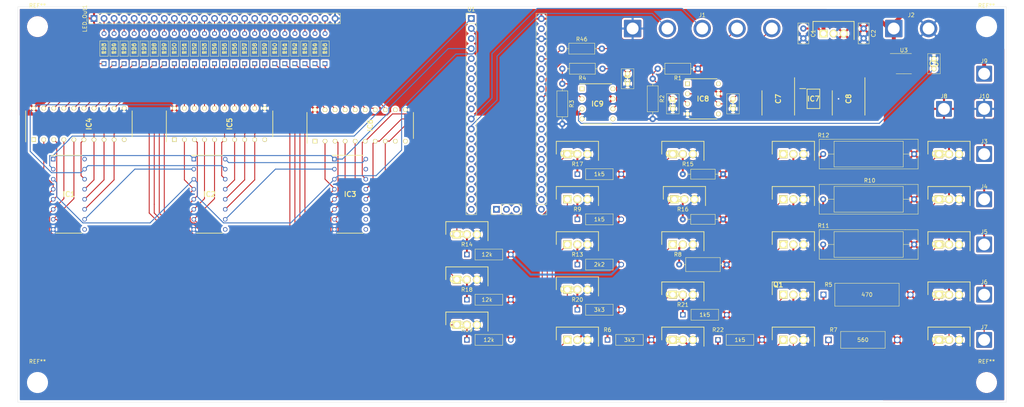
<source format=kicad_pcb>
(kicad_pcb (version 20171130) (host pcbnew "(5.1.12)-1")
  (layers (0 F.Cu signal) (31 B.Cu signal) (34 B.Paste user) (35 F.Paste user) (36 B.SilkS user) (37 F.SilkS user) (38 B.Mask user) (39 F.Mask user) (44 Edge.Cuts user))
  (net 0 "")
  (net 1 GND)
  (net 2 +24V)
  (net 3 +5V)
  (net 4 "Net-(C3-Pad1)")
  (net 5 "Net-(C4-Pad1)")
  (net 6 "Net-(C5-Pad1)")
  (net 7 CurrentDetect)
  (net 8 "Net-(C7-Pad2)")
  (net 9 "Net-(C7-Pad1)")
  (net 10 "Net-(C8-Pad2)")
  (net 11 /Loungela)
  (net 12 /Heater)
  (net 13 /TV)
  (net 14 /Fridge)
  (net 15 "Net-(IC1-Pad10)")
  (net 16 "Net-(IC1-Pad9)")
  (net 17 /Stereo)
  (net 18 /KitchenL2)
  (net 19 /KitchenL1)
  (net 20 /LoungeLi)
  (net 21 Clock)
  (net 22 Data)
  (net 23 Strobe)
  (net 24 /Dishwasher)
  (net 25 /Oven)
  (net 26 /Toaster)
  (net 27 /Jug)
  (net 28 "Net-(IC2-Pad9)")
  (net 29 "Net-(IC2-Pad10)")
  (net 30 /LT_chg_1)
  (net 31 /Water_heat)
  (net 32 /Clock_b1)
  (net 33 /Lamp_b1)
  (net 34 /LT_chg_2)
  (net 35 /Lamp_b2)
  (net 36 /Ph_chg_1)
  (net 37 /Ph_chg_2)
  (net 38 "Net-(IC3-Pad9)")
  (net 39 "Net-(IC3-Pad10)")
  (net 40 "Net-(IC3-Pad11)")
  (net 41 /Light_b2)
  (net 42 /Light_b1)
  (net 43 /LED1)
  (net 44 /LED2)
  (net 45 /LED3)
  (net 46 /LED4)
  (net 47 /LED5)
  (net 48 /LED6)
  (net 49 /LED7)
  (net 50 /LED8)
  (net 51 "Net-(IC4-Pad10)")
  (net 52 "Net-(IC4-Pad1)")
  (net 53 "Net-(IC5-Pad1)")
  (net 54 "Net-(IC5-Pad10)")
  (net 55 /LED16)
  (net 56 /LED15)
  (net 57 /LED14)
  (net 58 /LED13)
  (net 59 /LED12)
  (net 60 /LED11)
  (net 61 /LED10)
  (net 62 /LED9)
  (net 63 "Net-(IC6-Pad1)")
  (net 64 "Net-(IC6-Pad9)")
  (net 65 "Net-(IC6-Pad10)")
  (net 66 "Net-(IC6-Pad12)")
  (net 67 /LED23)
  (net 68 /LED22)
  (net 69 /LED21)
  (net 70 /LED20)
  (net 71 /LED19)
  (net 72 /LED18)
  (net 73 /LED17)
  (net 74 "Net-(IC7-Pad1)")
  (net 75 "Net-(IC7-Pad7)")
  (net 76 "Net-(IC8-Pad1)")
  (net 77 "Net-(IC8-Pad5)")
  (net 78 "Net-(IC8-Pad8)")
  (net 79 "Net-(IC9-Pad8)")
  (net 80 "Net-(IC9-Pad5)")
  (net 81 "Net-(IC9-Pad2)")
  (net 82 "Net-(IC9-Pad1)")
  (net 83 SwitchSignal)
  (net 84 UART_TX)
  (net 85 UART_RX)
  (net 86 "Net-(J3-Pad1)")
  (net 87 "Net-(J4-Pad1)")
  (net 88 "Net-(J5-Pad1)")
  (net 89 "Net-(J6-Pad1)")
  (net 90 "Net-(J7-Pad1)")
  (net 91 "Net-(LED_Out1-Pad2)")
  (net 92 "Net-(LED_Out1-Pad3)")
  (net 93 "Net-(LED_Out1-Pad4)")
  (net 94 "Net-(LED_Out1-Pad5)")
  (net 95 "Net-(LED_Out1-Pad6)")
  (net 96 "Net-(LED_Out1-Pad7)")
  (net 97 "Net-(LED_Out1-Pad8)")
  (net 98 "Net-(LED_Out1-Pad9)")
  (net 99 "Net-(LED_Out1-Pad10)")
  (net 100 "Net-(LED_Out1-Pad11)")
  (net 101 "Net-(LED_Out1-Pad12)")
  (net 102 "Net-(LED_Out1-Pad13)")
  (net 103 "Net-(LED_Out1-Pad14)")
  (net 104 "Net-(LED_Out1-Pad15)")
  (net 105 "Net-(LED_Out1-Pad16)")
  (net 106 "Net-(LED_Out1-Pad17)")
  (net 107 "Net-(LED_Out1-Pad18)")
  (net 108 "Net-(LED_Out1-Pad19)")
  (net 109 "Net-(LED_Out1-Pad20)")
  (net 110 "Net-(LED_Out1-Pad21)")
  (net 111 "Net-(LED_Out1-Pad22)")
  (net 112 "Net-(LED_Out1-Pad23)")
  (net 113 "Net-(LED_Out1-Pad24)")
  (net 114 "Net-(R46-Pad1)")
  (net 115 "Net-(U1-Pad21)")
  (net 116 "Net-(U1-Pad3)")
  (net 117 "Net-(U1-Pad5)")
  (net 118 "Net-(U1-Pad6)")
  (net 119 "Net-(U1-Pad7)")
  (net 120 "Net-(U1-Pad8)")
  (net 121 "Net-(U1-Pad9)")
  (net 122 "Net-(U1-Pad10)")
  (net 123 "Net-(U1-Pad13)")
  (net 124 "Net-(U1-Pad14)")
  (net 125 "Net-(U1-Pad15)")
  (net 126 "Net-(U1-Pad16)")
  (net 127 "Net-(U1-Pad17)")
  (net 128 "Net-(U1-Pad18)")
  (net 129 "Net-(U1-Pad19)")
  (net 130 "Net-(U1-Pad20)")
  (net 131 "Net-(U1-Pad39)")
  (net 132 "Net-(U1-Pad37)")
  (net 133 "Net-(U1-Pad35)")
  (net 134 "Net-(U1-Pad34)")
  (net 135 "Net-(U1-Pad33)")
  (net 136 "Net-(U1-Pad31)")
  (net 137 "Net-(U1-Pad30)")
  (net 138 "Net-(U1-Pad29)")
  (net 139 "Net-(U1-Pad28)")
  (net 140 "Net-(U1-Pad27)")
  (net 141 "Net-(U1-Pad26)")
  (net 142 "Net-(U1-Pad25)")
  (net 143 "Net-(U1-Pad24)")
  (net 144 "Net-(U1-Pad23)")
  (net 145 "Net-(U1-Pad22)")
  (net 146 "Net-(U1-Pad41)")
  (net 147 "Net-(U1-Pad43)")
  (net 148 "Net-(U1-Pad42)")
  (net 149 "Net-(U3-Pad6)")
  (net 150 /Light_bth)
  (net 151 24V)
  (net 152 "Net-(Q1-Pad2)")
  (net 153 "Net-(Q2-Pad2)")
  (net 154 "Net-(Q3-Pad2)")
  (net 155 "Net-(Q4-Pad2)")
  (net 156 "Net-(Q5-Pad2)")
  (net 157 "Net-(Q6-Pad2)")
  (net 158 "Net-(Q7-Pad2)")
  (net 159 "Net-(Q8-Pad2)")
  (net 160 "Net-(Q9-Pad2)")
  (net 161 "Net-(Q10-Pad2)")
  (net 162 "Net-(Q11-Pad2)")
  (net 163 "Net-(Q12-Pad2)")
  (net 164 "Net-(Q13-Pad2)")
  (net 165 "Net-(Q14-Pad2)")
  (net 166 "Net-(Q15-Pad2)")
  (net 167 "Net-(Q16-Pad2)")
  (net 168 "Net-(Q17-Pad2)")
  (net 169 "Net-(Q18-Pad2)")
  (module IRLB8721PBF:TO254P483X1016X1994-3P (layer F.Cu) (at 267.97 73.66)
    (fp_text reference Q20 (at 0 0) (layer F.SilkS) (effects (font (size 1.27 1.27) (thickness 0.254))))
    (fp_text value IRLB8721PBF hide)
    (pad 3 thru_hole circle (at 5.08 0 90) (size 2.07 2.07) (drill 1.38) (layers *.Cu *.Mask F.SilkS) (net 1 GND))
    (pad 2 thru_hole circle (at 2.54 0 90) (size 2.07 2.07) (drill 1.38) (layers *.Cu *.Mask F.SilkS) (net 87 "Net-(J4-Pad1)"))
    (pad 1 thru_hole rect (at 0 0 90) (size 2.07 2.07) (drill 1.38) (layers *.Cu *.Mask F.SilkS) (net 27 /Jug))
  )
  (module Connector_Wire:SolderWire-2.5sqmm_1x01_D2.4mm_OD3.6mm (layer F.Cu) (at 279.4 50.8)
    (fp_text reference J10 (at 0 -3.2) (layer F.SilkS))
    (fp_text value Fan-)
    (pad 1 thru_hole roundrect (at 0 0) (size 4 4) (drill 3) (layers *.Cu *.Mask) (roundrect_rratio 0.0625) (net 1 GND))
  )
  (module Connector_Wire:SolderWire-2.5sqmm_1x01_D2.4mm_OD3.6mm (layer F.Cu) (at 279.4 41.91)
    (fp_text reference J9 (at 0 -3.2) (layer F.SilkS))
    (fp_text value Fan+)
    (pad 1 thru_hole roundrect (at 0 0) (size 4 4) (drill 3) (layers *.Cu *.Mask) (roundrect_rratio 0.0625) (net 2 +24V))
  )
  (module IRLB8721PBF:TO254P483X1016X1994-3P (layer F.Cu) (at 267.97 109.22)
    (fp_text reference Q23 (at 0 0) (layer F.SilkS) (effects (font (size 1.27 1.27) (thickness 0.254))))
    (fp_text value IRLB8721PBF hide)
    (pad 3 thru_hole circle (at 5.08 0 90) (size 2.07 2.07) (drill 1.38) (layers *.Cu *.Mask F.SilkS) (net 1 GND))
    (pad 2 thru_hole circle (at 2.54 0 90) (size 2.07 2.07) (drill 1.38) (layers *.Cu *.Mask F.SilkS) (net 90 "Net-(J7-Pad1)"))
    (pad 1 thru_hole rect (at 0 0 90) (size 2.07 2.07) (drill 1.38) (layers *.Cu *.Mask F.SilkS) (net 26 /Toaster))
  )
  (module IRLB8721PBF:TO254P483X1016X1994-3P (layer F.Cu) (at 267.97 97.79)
    (fp_text reference Q22 (at 0 0) (layer F.SilkS) (effects (font (size 1.27 1.27) (thickness 0.254))))
    (fp_text value IRLB8721PBF hide)
    (pad 3 thru_hole circle (at 5.08 0 90) (size 2.07 2.07) (drill 1.38) (layers *.Cu *.Mask F.SilkS) (net 1 GND))
    (pad 2 thru_hole circle (at 2.54 0 90) (size 2.07 2.07) (drill 1.38) (layers *.Cu *.Mask F.SilkS) (net 89 "Net-(J6-Pad1)"))
    (pad 1 thru_hole rect (at 0 0 90) (size 2.07 2.07) (drill 1.38) (layers *.Cu *.Mask F.SilkS) (net 24 /Dishwasher))
  )
  (module IRLB8721PBF:TO254P483X1016X1994-3P (layer F.Cu) (at 267.97 85.09)
    (fp_text reference Q21 (at 0 0) (layer F.SilkS) (effects (font (size 1.27 1.27) (thickness 0.254))))
    (fp_text value IRLB8721PBF hide)
    (pad 3 thru_hole circle (at 5.08 0 90) (size 2.07 2.07) (drill 1.38) (layers *.Cu *.Mask F.SilkS) (net 1 GND))
    (pad 2 thru_hole circle (at 2.54 0 90) (size 2.07 2.07) (drill 1.38) (layers *.Cu *.Mask F.SilkS) (net 88 "Net-(J5-Pad1)"))
    (pad 1 thru_hole rect (at 0 0 90) (size 2.07 2.07) (drill 1.38) (layers *.Cu *.Mask F.SilkS) (net 31 /Water_heat))
  )
  (module IRLB8721PBF:TO254P483X1016X1994-3P (layer F.Cu) (at 267.97 62.23)
    (fp_text reference Q19 (at 0 0) (layer F.SilkS) (effects (font (size 1.27 1.27) (thickness 0.254))))
    (fp_text value IRLB8721PBF hide)
    (pad 3 thru_hole circle (at 5.08 0 90) (size 2.07 2.07) (drill 1.38) (layers *.Cu *.Mask F.SilkS) (net 1 GND))
    (pad 2 thru_hole circle (at 2.54 0 90) (size 2.07 2.07) (drill 1.38) (layers *.Cu *.Mask F.SilkS) (net 86 "Net-(J3-Pad1)"))
    (pad 1 thru_hole rect (at 0 0 90) (size 2.07 2.07) (drill 1.38) (layers *.Cu *.Mask F.SilkS) (net 12 /Heater))
  )
  (module IRLB8721PBF:TO254P483X1016X1994-3P (layer F.Cu) (at 200.66 109.22)
    (fp_text reference Q18 (at 0 0) (layer F.SilkS) (effects (font (size 1.27 1.27) (thickness 0.254))))
    (fp_text value IRLB8721PBF hide)
    (pad 3 thru_hole circle (at 5.08 0 90) (size 2.07 2.07) (drill 1.38) (layers *.Cu *.Mask F.SilkS) (net 1 GND))
    (pad 2 thru_hole circle (at 2.54 0 90) (size 2.07 2.07) (drill 1.38) (layers *.Cu *.Mask F.SilkS) (net 169 "Net-(Q18-Pad2)"))
    (pad 1 thru_hole rect (at 0 0 90) (size 2.07 2.07) (drill 1.38) (layers *.Cu *.Mask F.SilkS) (net 41 /Light_b2))
  )
  (module IRLB8721PBF:TO254P483X1016X1994-3P (layer F.Cu) (at 200.66 97.79)
    (fp_text reference Q17 (at 0 0) (layer F.SilkS) (effects (font (size 1.27 1.27) (thickness 0.254))))
    (fp_text value IRLB8721PBF hide)
    (pad 3 thru_hole circle (at 5.08 0 90) (size 2.07 2.07) (drill 1.38) (layers *.Cu *.Mask F.SilkS) (net 1 GND))
    (pad 2 thru_hole circle (at 2.54 0 90) (size 2.07 2.07) (drill 1.38) (layers *.Cu *.Mask F.SilkS) (net 168 "Net-(Q17-Pad2)"))
    (pad 1 thru_hole rect (at 0 0 90) (size 2.07 2.07) (drill 1.38) (layers *.Cu *.Mask F.SilkS) (net 150 /Light_bth))
  )
  (module IRLB8721PBF:TO254P483X1016X1994-3P (layer F.Cu) (at 173.99 96.52)
    (fp_text reference Q16 (at 0 0) (layer F.SilkS) (effects (font (size 1.27 1.27) (thickness 0.254))))
    (fp_text value IRLB8721PBF hide)
    (pad 3 thru_hole circle (at 5.08 0 90) (size 2.07 2.07) (drill 1.38) (layers *.Cu *.Mask F.SilkS) (net 1 GND))
    (pad 2 thru_hole circle (at 2.54 0 90) (size 2.07 2.07) (drill 1.38) (layers *.Cu *.Mask F.SilkS) (net 167 "Net-(Q16-Pad2)"))
    (pad 1 thru_hole rect (at 0 0 90) (size 2.07 2.07) (drill 1.38) (layers *.Cu *.Mask F.SilkS) (net 42 /Light_b1))
  )
  (module IRLB8721PBF:TO254P483X1016X1994-3P (layer F.Cu) (at 146.05 105.41)
    (fp_text reference Q15 (at 0 0) (layer F.SilkS) (effects (font (size 1.27 1.27) (thickness 0.254))))
    (fp_text value IRLB8721PBF hide)
    (pad 3 thru_hole circle (at 5.08 0 90) (size 2.07 2.07) (drill 1.38) (layers *.Cu *.Mask F.SilkS) (net 1 GND))
    (pad 2 thru_hole circle (at 2.54 0 90) (size 2.07 2.07) (drill 1.38) (layers *.Cu *.Mask F.SilkS) (net 166 "Net-(Q15-Pad2)"))
    (pad 1 thru_hole rect (at 0 0 90) (size 2.07 2.07) (drill 1.38) (layers *.Cu *.Mask F.SilkS) (net 37 /Ph_chg_2))
  )
  (module IRLB8721PBF:TO254P483X1016X1994-3P (layer F.Cu) (at 146.05 93.98)
    (fp_text reference Q14 (at 0 0) (layer F.SilkS) (effects (font (size 1.27 1.27) (thickness 0.254))))
    (fp_text value IRLB8721PBF hide)
    (pad 3 thru_hole circle (at 5.08 0 90) (size 2.07 2.07) (drill 1.38) (layers *.Cu *.Mask F.SilkS) (net 1 GND))
    (pad 2 thru_hole circle (at 2.54 0 90) (size 2.07 2.07) (drill 1.38) (layers *.Cu *.Mask F.SilkS) (net 165 "Net-(Q14-Pad2)"))
    (pad 1 thru_hole rect (at 0 0 90) (size 2.07 2.07) (drill 1.38) (layers *.Cu *.Mask F.SilkS) (net 36 /Ph_chg_1))
  )
  (module IRLB8721PBF:TO254P483X1016X1994-3P (layer F.Cu) (at 173.99 62.23)
    (fp_text reference Q13 (at 0 0) (layer F.SilkS) (effects (font (size 1.27 1.27) (thickness 0.254))))
    (fp_text value IRLB8721PBF hide)
    (pad 3 thru_hole circle (at 5.08 0 90) (size 2.07 2.07) (drill 1.38) (layers *.Cu *.Mask F.SilkS) (net 1 GND))
    (pad 2 thru_hole circle (at 2.54 0 90) (size 2.07 2.07) (drill 1.38) (layers *.Cu *.Mask F.SilkS) (net 164 "Net-(Q13-Pad2)"))
    (pad 1 thru_hole rect (at 0 0 90) (size 2.07 2.07) (drill 1.38) (layers *.Cu *.Mask F.SilkS) (net 35 /Lamp_b2))
  )
  (module IRLB8721PBF:TO254P483X1016X1994-3P (layer F.Cu) (at 201.055 73.66)
    (fp_text reference Q12 (at 0 0) (layer F.SilkS) (effects (font (size 1.27 1.27) (thickness 0.254))))
    (fp_text value IRLB8721PBF hide)
    (pad 3 thru_hole circle (at 5.08 0 90) (size 2.07 2.07) (drill 1.38) (layers *.Cu *.Mask F.SilkS) (net 1 GND))
    (pad 2 thru_hole circle (at 2.54 0 90) (size 2.07 2.07) (drill 1.38) (layers *.Cu *.Mask F.SilkS) (net 163 "Net-(Q12-Pad2)"))
    (pad 1 thru_hole rect (at 0 0 90) (size 2.07 2.07) (drill 1.38) (layers *.Cu *.Mask F.SilkS) (net 34 /LT_chg_2))
  )
  (module IRLB8721PBF:TO254P483X1016X1994-3P (layer F.Cu) (at 200.66 62.23)
    (fp_text reference Q11 (at 0 0) (layer F.SilkS) (effects (font (size 1.27 1.27) (thickness 0.254))))
    (fp_text value IRLB8721PBF hide)
    (pad 3 thru_hole circle (at 5.08 0 90) (size 2.07 2.07) (drill 1.38) (layers *.Cu *.Mask F.SilkS) (net 1 GND))
    (pad 2 thru_hole circle (at 2.54 0 90) (size 2.07 2.07) (drill 1.38) (layers *.Cu *.Mask F.SilkS) (net 162 "Net-(Q11-Pad2)"))
    (pad 1 thru_hole rect (at 0 0 90) (size 2.07 2.07) (drill 1.38) (layers *.Cu *.Mask F.SilkS) (net 30 /LT_chg_1))
  )
  (module IRLB8721PBF:TO254P483X1016X1994-3P (layer F.Cu) (at 146.05 82.55)
    (fp_text reference Q10 (at 0 0) (layer F.SilkS) (effects (font (size 1.27 1.27) (thickness 0.254))))
    (fp_text value IRLB8721PBF hide)
    (pad 3 thru_hole circle (at 5.08 0 90) (size 2.07 2.07) (drill 1.38) (layers *.Cu *.Mask F.SilkS) (net 1 GND))
    (pad 2 thru_hole circle (at 2.54 0 90) (size 2.07 2.07) (drill 1.38) (layers *.Cu *.Mask F.SilkS) (net 161 "Net-(Q10-Pad2)"))
    (pad 1 thru_hole rect (at 0 0 90) (size 2.07 2.07) (drill 1.38) (layers *.Cu *.Mask F.SilkS) (net 32 /Clock_b1))
  )
  (module IRLB8721PBF:TO254P483X1016X1994-3P (layer F.Cu) (at 173.99 85.09)
    (fp_text reference Q9 (at 0 0) (layer F.SilkS) (effects (font (size 1.27 1.27) (thickness 0.254))))
    (fp_text value IRLB8721PBF hide)
    (pad 3 thru_hole circle (at 5.08 0 90) (size 2.07 2.07) (drill 1.38) (layers *.Cu *.Mask F.SilkS) (net 1 GND))
    (pad 2 thru_hole circle (at 2.54 0 90) (size 2.07 2.07) (drill 1.38) (layers *.Cu *.Mask F.SilkS) (net 160 "Net-(Q9-Pad2)"))
    (pad 1 thru_hole rect (at 0 0 90) (size 2.07 2.07) (drill 1.38) (layers *.Cu *.Mask F.SilkS) (net 33 /Lamp_b1))
  )
  (module IRLB8721PBF:TO254P483X1016X1994-3P (layer F.Cu) (at 228.6 62.23)
    (fp_text reference Q8 (at 0 0) (layer F.SilkS) (effects (font (size 1.27 1.27) (thickness 0.254))))
    (fp_text value IRLB8721PBF hide)
    (pad 3 thru_hole circle (at 5.08 0 90) (size 2.07 2.07) (drill 1.38) (layers *.Cu *.Mask F.SilkS) (net 1 GND))
    (pad 2 thru_hole circle (at 2.54 0 90) (size 2.07 2.07) (drill 1.38) (layers *.Cu *.Mask F.SilkS) (net 159 "Net-(Q8-Pad2)"))
    (pad 1 thru_hole rect (at 0 0 90) (size 2.07 2.07) (drill 1.38) (layers *.Cu *.Mask F.SilkS) (net 25 /Oven))
  )
  (module IRLB8721PBF:TO254P483X1016X1994-3P (layer F.Cu) (at 228.6 85.09)
    (fp_text reference Q7 (at 0 0) (layer F.SilkS) (effects (font (size 1.27 1.27) (thickness 0.254))))
    (fp_text value IRLB8721PBF hide)
    (pad 3 thru_hole circle (at 5.08 0 90) (size 2.07 2.07) (drill 1.38) (layers *.Cu *.Mask F.SilkS) (net 1 GND))
    (pad 2 thru_hole circle (at 2.54 0 90) (size 2.07 2.07) (drill 1.38) (layers *.Cu *.Mask F.SilkS) (net 158 "Net-(Q7-Pad2)"))
    (pad 1 thru_hole rect (at 0 0 90) (size 2.07 2.07) (drill 1.38) (layers *.Cu *.Mask F.SilkS) (net 14 /Fridge))
  )
  (module IRLB8721PBF:TO254P483X1016X1994-3P (layer F.Cu) (at 228.6 73.66)
    (fp_text reference Q6 (at 0 0) (layer F.SilkS) (effects (font (size 1.27 1.27) (thickness 0.254))))
    (fp_text value IRLB8721PBF hide)
    (pad 3 thru_hole circle (at 5.08 0 90) (size 2.07 2.07) (drill 1.38) (layers *.Cu *.Mask F.SilkS) (net 1 GND))
    (pad 2 thru_hole circle (at 2.54 0 90) (size 2.07 2.07) (drill 1.38) (layers *.Cu *.Mask F.SilkS) (net 157 "Net-(Q6-Pad2)"))
    (pad 1 thru_hole rect (at 0 0 90) (size 2.07 2.07) (drill 1.38) (layers *.Cu *.Mask F.SilkS) (net 13 /TV))
  )
  (module IRLB8721PBF:TO254P483X1016X1994-3P (layer F.Cu) (at 173.99 73.66)
    (fp_text reference Q5 (at 0 0) (layer F.SilkS) (effects (font (size 1.27 1.27) (thickness 0.254))))
    (fp_text value IRLB8721PBF hide)
    (pad 3 thru_hole circle (at 5.08 0 90) (size 2.07 2.07) (drill 1.38) (layers *.Cu *.Mask F.SilkS) (net 1 GND))
    (pad 2 thru_hole circle (at 2.54 0 90) (size 2.07 2.07) (drill 1.38) (layers *.Cu *.Mask F.SilkS) (net 156 "Net-(Q5-Pad2)"))
    (pad 1 thru_hole rect (at 0 0 90) (size 2.07 2.07) (drill 1.38) (layers *.Cu *.Mask F.SilkS) (net 11 /Loungela))
  )
  (module IRLB8721PBF:TO254P483X1016X1994-3P (layer F.Cu) (at 200.66 85.09)
    (fp_text reference Q4 (at 0 0) (layer F.SilkS) (effects (font (size 1.27 1.27) (thickness 0.254))))
    (fp_text value IRLB8721PBF hide)
    (pad 3 thru_hole circle (at 5.08 0 90) (size 2.07 2.07) (drill 1.38) (layers *.Cu *.Mask F.SilkS) (net 1 GND))
    (pad 2 thru_hole circle (at 2.54 0 90) (size 2.07 2.07) (drill 1.38) (layers *.Cu *.Mask F.SilkS) (net 155 "Net-(Q4-Pad2)"))
    (pad 1 thru_hole rect (at 0 0 90) (size 2.07 2.07) (drill 1.38) (layers *.Cu *.Mask F.SilkS) (net 17 /Stereo))
  )
  (module IRLB8721PBF:TO254P483X1016X1994-3P (layer F.Cu) (at 228.6 109.22)
    (fp_text reference Q3 (at 0 0) (layer F.SilkS) (effects (font (size 1.27 1.27) (thickness 0.254))))
    (fp_text value IRLB8721PBF hide)
    (pad 3 thru_hole circle (at 5.08 0 90) (size 2.07 2.07) (drill 1.38) (layers *.Cu *.Mask F.SilkS) (net 1 GND))
    (pad 2 thru_hole circle (at 2.54 0 90) (size 2.07 2.07) (drill 1.38) (layers *.Cu *.Mask F.SilkS) (net 154 "Net-(Q3-Pad2)"))
    (pad 1 thru_hole rect (at 0 0 90) (size 2.07 2.07) (drill 1.38) (layers *.Cu *.Mask F.SilkS) (net 18 /KitchenL2))
  )
  (module IRLB8721PBF:TO254P483X1016X1994-3P (layer F.Cu) (at 173.99 109.22)
    (fp_text reference Q2 (at 0 0) (layer F.SilkS) (effects (font (size 1.27 1.27) (thickness 0.254))))
    (fp_text value IRLB8721PBF hide)
    (pad 3 thru_hole circle (at 5.08 0 90) (size 2.07 2.07) (drill 1.38) (layers *.Cu *.Mask F.SilkS) (net 1 GND))
    (pad 2 thru_hole circle (at 2.54 0 90) (size 2.07 2.07) (drill 1.38) (layers *.Cu *.Mask F.SilkS) (net 153 "Net-(Q2-Pad2)"))
    (pad 1 thru_hole rect (at 0 0 90) (size 2.07 2.07) (drill 1.38) (layers *.Cu *.Mask F.SilkS) (net 19 /KitchenL1))
  )
  (module Connector_Wire:SolderWire-2.5sqmm_1x01_D2.4mm_OD3.6mm (layer F.Cu) (at 269.24 50.8)
    (fp_text reference J8 (at 0 -3.2) (layer F.SilkS))
    (fp_text value 24V_to_chassis)
    (pad 1 thru_hole roundrect (at 0 0) (size 4 4) (drill 3) (layers *.Cu *.Mask) (roundrect_rratio 0.0625) (net 151 24V))
  )
  (module Connector_Wire:SolderWire-2.5sqmm_1x05_P8.8mm_D2.4mm_OD4.4mm (layer F.Cu) (at 190.5 30.48)
    (fp_text reference J1 (at 17.6 -3.4) (layer F.SilkS))
    (fp_text value Conn_01x05_Female)
    (pad 1 thru_hole roundrect (at 0 0) (size 4.4 4.4) (drill 3) (layers *.Cu *.Mask) (roundrect_rratio 0.05681795454545455) (net 1 GND))
    (pad 2 thru_hole circle (at 8.8 0) (size 4.4 4.4) (drill 3) (layers *.Cu *.Mask) (net 85 UART_RX))
    (pad 3 thru_hole circle (at 17.6 0) (size 4.4 4.4) (drill 3) (layers *.Cu *.Mask) (net 84 UART_TX))
    (pad 4 thru_hole circle (at 26.4 0) (size 4.4 4.4) (drill 3) (layers *.Cu *.Mask) (net 83 SwitchSignal))
    (pad 5 thru_hole circle (at 35.2 0) (size 4.4 4.4) (drill 3) (layers *.Cu *.Mask) (net 7 CurrentDetect))
  )
  (module Resistor_THT:R_Axial_DIN0207_L6.3mm_D2.5mm_P10.16mm_Horizontal (layer F.Cu) (at 172.56 35.56)
    (fp_text reference R46 (at 5.08 -2.37) (layer F.SilkS))
    (fp_text value 10k)
    (pad 1 thru_hole circle (at 0 0) (size 1.6 1.6) (drill 0.8) (layers *.Cu *.Mask) (net 114 "Net-(R46-Pad1)"))
    (pad 2 thru_hole oval (at 10.16 0) (size 1.6 1.6) (drill 0.8) (layers *.Cu *.Mask) (net 83 SwitchSignal))
  )
  (module TLC59211IN:DIP794W53P254L2540H508Q20N (layer F.Cu) (at 121.6 55 90)
    (fp_text reference IC6 (at 0 2.54 90) (layer F.SilkS) (effects (font (size 1.27 1.27) (thickness 0.254))))
    (fp_text value TLC59211IN hide)
    (pad 1 thru_hole rect (at -3.97 -11.43 180) (size 1.13 1.13) (drill 0.73) (layers *.Cu *.Mask F.SilkS) (net 63 "Net-(IC6-Pad1)"))
    (pad 2 thru_hole circle (at -3.97 -8.89 180) (size 1.13 1.13) (drill 0.73) (layers *.Cu *.Mask F.SilkS) (net 42 /Light_b1))
    (pad 3 thru_hole circle (at -3.97 -6.35 180) (size 1.13 1.13) (drill 0.73) (layers *.Cu *.Mask F.SilkS) (net 33 /Lamp_b1))
    (pad 4 thru_hole circle (at -3.97 -3.81 180) (size 1.13 1.13) (drill 0.73) (layers *.Cu *.Mask F.SilkS) (net 11 /Loungela))
    (pad 5 thru_hole circle (at -3.97 -1.27 180) (size 1.13 1.13) (drill 0.73) (layers *.Cu *.Mask F.SilkS) (net 35 /Lamp_b2))
    (pad 6 thru_hole circle (at -3.97 1.27 180) (size 1.13 1.13) (drill 0.73) (layers *.Cu *.Mask F.SilkS) (net 32 /Clock_b1))
    (pad 7 thru_hole circle (at -3.97 3.81 180) (size 1.13 1.13) (drill 0.73) (layers *.Cu *.Mask F.SilkS) (net 36 /Ph_chg_1))
    (pad 8 thru_hole circle (at -3.97 6.35 180) (size 1.13 1.13) (drill 0.73) (layers *.Cu *.Mask F.SilkS) (net 37 /Ph_chg_2))
    (pad 9 thru_hole circle (at -3.97 8.89 180) (size 1.13 1.13) (drill 0.73) (layers *.Cu *.Mask F.SilkS) (net 64 "Net-(IC6-Pad9)"))
    (pad 10 thru_hole circle (at -3.97 11.43 180) (size 1.13 1.13) (drill 0.73) (layers *.Cu *.Mask F.SilkS) (net 65 "Net-(IC6-Pad10)"))
    (pad 11 thru_hole circle (at 3.97 11.43 180) (size 1.13 1.13) (drill 0.73) (layers *.Cu *.Mask F.SilkS) (net 1 GND))
    (pad 12 thru_hole circle (at 3.97 8.89 180) (size 1.13 1.13) (drill 0.73) (layers *.Cu *.Mask F.SilkS) (net 66 "Net-(IC6-Pad12)"))
    (pad 13 thru_hole circle (at 3.97 6.35 180) (size 1.13 1.13) (drill 0.73) (layers *.Cu *.Mask F.SilkS) (net 67 /LED23))
    (pad 14 thru_hole circle (at 3.97 3.81 180) (size 1.13 1.13) (drill 0.73) (layers *.Cu *.Mask F.SilkS) (net 68 /LED22))
    (pad 15 thru_hole circle (at 3.97 1.27 180) (size 1.13 1.13) (drill 0.73) (layers *.Cu *.Mask F.SilkS) (net 69 /LED21))
    (pad 16 thru_hole circle (at 3.97 -1.27 180) (size 1.13 1.13) (drill 0.73) (layers *.Cu *.Mask F.SilkS) (net 70 /LED20))
    (pad 17 thru_hole circle (at 3.97 -3.81 180) (size 1.13 1.13) (drill 0.73) (layers *.Cu *.Mask F.SilkS) (net 71 /LED19))
    (pad 18 thru_hole circle (at 3.97 -6.35 180) (size 1.13 1.13) (drill 0.73) (layers *.Cu *.Mask F.SilkS) (net 72 /LED18))
    (pad 19 thru_hole circle (at 3.97 -8.89 180) (size 1.13 1.13) (drill 0.73) (layers *.Cu *.Mask F.SilkS) (net 73 /LED17))
    (pad 20 thru_hole circle (at 3.97 -11.43 180) (size 1.13 1.13) (drill 0.73) (layers *.Cu *.Mask F.SilkS) (net 3 +5V))
  )
  (module PiPico:PinHeader_2x20_P2.54mm_PICO (layer F.Cu) (at 149.7 27.94)
    (fp_text reference U1 (at 0 -2.33) (layer F.SilkS))
    (fp_text value Pico-PICO_RP2040)
    (pad 21 thru_hole oval (at 17.72 48.26 180) (size 1.7 1.7) (drill 1) (layers *.Cu *.Mask) (net 115 "Net-(U1-Pad21)"))
    (pad 1 thru_hole rect (at 0 0) (size 1.7 1.7) (drill 1) (layers *.Cu *.Mask) (net 22 Data))
    (pad 2 thru_hole oval (at 0 2.54) (size 1.7 1.7) (drill 1) (layers *.Cu *.Mask) (net 21 Clock))
    (pad 3 thru_hole oval (at 0 5.08) (size 1.7 1.7) (drill 1) (layers *.Cu *.Mask) (net 116 "Net-(U1-Pad3)"))
    (pad 4 thru_hole oval (at 0 7.62) (size 1.7 1.7) (drill 1) (layers *.Cu *.Mask) (net 23 Strobe))
    (pad 5 thru_hole oval (at 0 10.16) (size 1.7 1.7) (drill 1) (layers *.Cu *.Mask) (net 117 "Net-(U1-Pad5)"))
    (pad 6 thru_hole oval (at 0 12.7) (size 1.7 1.7) (drill 1) (layers *.Cu *.Mask) (net 118 "Net-(U1-Pad6)"))
    (pad 7 thru_hole oval (at 0 15.24) (size 1.7 1.7) (drill 1) (layers *.Cu *.Mask) (net 119 "Net-(U1-Pad7)"))
    (pad 8 thru_hole oval (at 0 17.78) (size 1.7 1.7) (drill 1) (layers *.Cu *.Mask) (net 120 "Net-(U1-Pad8)"))
    (pad 9 thru_hole oval (at 0 20.32) (size 1.7 1.7) (drill 1) (layers *.Cu *.Mask) (net 121 "Net-(U1-Pad9)"))
    (pad 10 thru_hole oval (at 0 22.86) (size 1.7 1.7) (drill 1) (layers *.Cu *.Mask) (net 122 "Net-(U1-Pad10)"))
    (pad 11 thru_hole oval (at 0 25.4) (size 1.7 1.7) (drill 1) (layers *.Cu *.Mask) (net 84 UART_TX))
    (pad 12 thru_hole oval (at 0 27.94) (size 1.7 1.7) (drill 1) (layers *.Cu *.Mask) (net 85 UART_RX))
    (pad 13 thru_hole oval (at 0 30.48) (size 1.7 1.7) (drill 1) (layers *.Cu *.Mask) (net 123 "Net-(U1-Pad13)"))
    (pad 14 thru_hole oval (at 0 33.02) (size 1.7 1.7) (drill 1) (layers *.Cu *.Mask) (net 124 "Net-(U1-Pad14)"))
    (pad 15 thru_hole oval (at 0 35.56) (size 1.7 1.7) (drill 1) (layers *.Cu *.Mask) (net 125 "Net-(U1-Pad15)"))
    (pad 16 thru_hole oval (at 0 38.1) (size 1.7 1.7) (drill 1) (layers *.Cu *.Mask) (net 126 "Net-(U1-Pad16)"))
    (pad 17 thru_hole oval (at 0 40.64) (size 1.7 1.7) (drill 1) (layers *.Cu *.Mask) (net 127 "Net-(U1-Pad17)"))
    (pad 18 thru_hole oval (at 0 43.18) (size 1.7 1.7) (drill 1) (layers *.Cu *.Mask) (net 128 "Net-(U1-Pad18)"))
    (pad 19 thru_hole oval (at 0 45.72) (size 1.7 1.7) (drill 1) (layers *.Cu *.Mask) (net 129 "Net-(U1-Pad19)"))
    (pad 20 thru_hole oval (at 0 48.26) (size 1.7 1.7) (drill 1) (layers *.Cu *.Mask) (net 130 "Net-(U1-Pad20)"))
    (pad 40 thru_hole oval (at 17.72 0.06 270) (size 1.7 1.7) (drill 1) (layers *.Cu *.Mask) (net 3 +5V))
    (pad 39 thru_hole oval (at 17.72 2.6 180) (size 1.7 1.7) (drill 1) (layers *.Cu *.Mask) (net 131 "Net-(U1-Pad39)"))
    (pad 38 thru_hole oval (at 17.72 5.14 180) (size 1.7 1.7) (drill 1) (layers *.Cu *.Mask) (net 1 GND))
    (pad 37 thru_hole oval (at 17.72 7.68 180) (size 1.7 1.7) (drill 1) (layers *.Cu *.Mask) (net 132 "Net-(U1-Pad37)"))
    (pad 36 thru_hole oval (at 17.72 10.22 180) (size 1.7 1.7) (drill 1) (layers *.Cu *.Mask) (net 114 "Net-(R46-Pad1)"))
    (pad 35 thru_hole oval (at 17.72 12.76 180) (size 1.7 1.7) (drill 1) (layers *.Cu *.Mask) (net 133 "Net-(U1-Pad35)"))
    (pad 34 thru_hole oval (at 17.72 15.3 180) (size 1.7 1.7) (drill 1) (layers *.Cu *.Mask) (net 134 "Net-(U1-Pad34)"))
    (pad 33 thru_hole oval (at 17.72 17.84 180) (size 1.7 1.7) (drill 1) (layers *.Cu *.Mask) (net 135 "Net-(U1-Pad33)"))
    (pad 32 thru_hole oval (at 17.72 20.38 180) (size 1.7 1.7) (drill 1) (layers *.Cu *.Mask) (net 83 SwitchSignal))
    (pad 31 thru_hole oval (at 17.72 22.92 180) (size 1.7 1.7) (drill 1) (layers *.Cu *.Mask) (net 136 "Net-(U1-Pad31)"))
    (pad 30 thru_hole oval (at 17.72 25.46 180) (size 1.7 1.7) (drill 1) (layers *.Cu *.Mask) (net 137 "Net-(U1-Pad30)"))
    (pad 29 thru_hole oval (at 17.72 28 180) (size 1.7 1.7) (drill 1) (layers *.Cu *.Mask) (net 138 "Net-(U1-Pad29)"))
    (pad 28 thru_hole oval (at 17.72 30.54 180) (size 1.7 1.7) (drill 1) (layers *.Cu *.Mask) (net 139 "Net-(U1-Pad28)"))
    (pad 27 thru_hole oval (at 17.72 33.08 180) (size 1.7 1.7) (drill 1) (layers *.Cu *.Mask) (net 140 "Net-(U1-Pad27)"))
    (pad 26 thru_hole oval (at 17.72 35.62 180) (size 1.7 1.7) (drill 1) (layers *.Cu *.Mask) (net 141 "Net-(U1-Pad26)"))
    (pad 25 thru_hole oval (at 17.72 38.16 180) (size 1.7 1.7) (drill 1) (layers *.Cu *.Mask) (net 142 "Net-(U1-Pad25)"))
    (pad 24 thru_hole oval (at 17.72 40.7 180) (size 1.7 1.7) (drill 1) (layers *.Cu *.Mask) (net 143 "Net-(U1-Pad24)"))
    (pad 23 thru_hole oval (at 17.72 43.24 180) (size 1.7 1.7) (drill 1) (layers *.Cu *.Mask) (net 144 "Net-(U1-Pad23)"))
    (pad 22 thru_hole oval (at 17.72 45.78 180) (size 1.7 1.7) (drill 1) (layers *.Cu *.Mask) (net 145 "Net-(U1-Pad22)"))
    (pad 41 thru_hole rect (at 6.35 48.26 90) (size 1.7 1.7) (drill 1) (layers *.Cu *.Mask) (net 146 "Net-(U1-Pad41)"))
    (pad 43 thru_hole oval (at 11.43 48.26 90) (size 1.7 1.7) (drill 1) (layers *.Cu *.Mask) (net 147 "Net-(U1-Pad43)"))
    (pad 42 thru_hole oval (at 8.89 48.26 90) (size 1.7 1.7) (drill 1) (layers *.Cu *.Mask) (net 148 "Net-(U1-Pad42)"))
  )
  (module MountingHole:MountingHole_4.3mm_M4 (layer F.Cu) (at 40 30)
    (fp_text reference REF** (at 0 -5.3) (layer F.SilkS))
    (fp_text value MountingHole_4.3mm_M4)
    (pad 1 np_thru_hole circle (at 0 0) (size 4.3 4.3) (drill 4.3) (layers *.Cu *.Mask))
  )
  (module MountingHole:MountingHole_4.3mm_M4 (layer F.Cu) (at 40 120)
    (fp_text reference REF** (at 0 -5.3) (layer F.SilkS))
    (fp_text value MountingHole_4.3mm_M4)
    (pad 1 np_thru_hole circle (at 0 0) (size 4.3 4.3) (drill 4.3) (layers *.Cu *.Mask))
  )
  (module MountingHole:MountingHole_4.3mm_M4 (layer F.Cu) (at 280 120)
    (fp_text reference REF** (at 0 -5.3) (layer F.SilkS))
    (fp_text value MountingHole_4.3mm_M4)
    (pad 1 np_thru_hole circle (at 0 0) (size 4.3 4.3) (drill 4.3) (layers *.Cu *.Mask))
  )
  (module MountingHole:MountingHole_4.3mm_M4 (layer F.Cu) (at 280 30)
    (fp_text reference REF** (at 0 -5.3) (layer F.SilkS))
    (fp_text value MountingHole_4.3mm_M4)
    (pad 1 np_thru_hole circle (at 0 0) (size 4.3 4.3) (drill 4.3) (layers *.Cu *.Mask))
  )
  (module TLC59211IN:DIP794W53P254L2540H508Q20N (layer F.Cu) (at 86.04 54.61 90)
    (fp_text reference IC5 (at 0 2.54 90) (layer F.SilkS) (effects (font (size 1.27 1.27) (thickness 0.254))))
    (fp_text value TLC59211IN hide)
    (pad 1 thru_hole rect (at -3.97 -11.43 180) (size 1.13 1.13) (drill 0.73) (layers *.Cu *.Mask F.SilkS) (net 53 "Net-(IC5-Pad1)"))
    (pad 2 thru_hole circle (at -3.97 -8.89 180) (size 1.13 1.13) (drill 0.73) (layers *.Cu *.Mask F.SilkS) (net 13 /TV))
    (pad 3 thru_hole circle (at -3.97 -6.35 180) (size 1.13 1.13) (drill 0.73) (layers *.Cu *.Mask F.SilkS) (net 25 /Oven))
    (pad 4 thru_hole circle (at -3.97 -3.81 180) (size 1.13 1.13) (drill 0.73) (layers *.Cu *.Mask F.SilkS) (net 41 /Light_b2))
    (pad 5 thru_hole circle (at -3.97 -1.27 180) (size 1.13 1.13) (drill 0.73) (layers *.Cu *.Mask F.SilkS) (net 150 /Light_bth))
    (pad 6 thru_hole circle (at -3.97 1.27 180) (size 1.13 1.13) (drill 0.73) (layers *.Cu *.Mask F.SilkS) (net 19 /KitchenL1))
    (pad 7 thru_hole circle (at -3.97 3.81 180) (size 1.13 1.13) (drill 0.73) (layers *.Cu *.Mask F.SilkS) (net 30 /LT_chg_1))
    (pad 8 thru_hole circle (at -3.97 6.35 180) (size 1.13 1.13) (drill 0.73) (layers *.Cu *.Mask F.SilkS) (net 34 /LT_chg_2))
    (pad 9 thru_hole circle (at -3.97 8.89 180) (size 1.13 1.13) (drill 0.73) (layers *.Cu *.Mask F.SilkS) (net 17 /Stereo))
    (pad 10 thru_hole circle (at -3.97 11.43 180) (size 1.13 1.13) (drill 0.73) (layers *.Cu *.Mask F.SilkS) (net 54 "Net-(IC5-Pad10)"))
    (pad 11 thru_hole circle (at 3.97 11.43 180) (size 1.13 1.13) (drill 0.73) (layers *.Cu *.Mask F.SilkS) (net 1 GND))
    (pad 12 thru_hole circle (at 3.97 8.89 180) (size 1.13 1.13) (drill 0.73) (layers *.Cu *.Mask F.SilkS) (net 55 /LED16))
    (pad 13 thru_hole circle (at 3.97 6.35 180) (size 1.13 1.13) (drill 0.73) (layers *.Cu *.Mask F.SilkS) (net 56 /LED15))
    (pad 14 thru_hole circle (at 3.97 3.81 180) (size 1.13 1.13) (drill 0.73) (layers *.Cu *.Mask F.SilkS) (net 57 /LED14))
    (pad 15 thru_hole circle (at 3.97 1.27 180) (size 1.13 1.13) (drill 0.73) (layers *.Cu *.Mask F.SilkS) (net 58 /LED13))
    (pad 16 thru_hole circle (at 3.97 -1.27 180) (size 1.13 1.13) (drill 0.73) (layers *.Cu *.Mask F.SilkS) (net 59 /LED12))
    (pad 17 thru_hole circle (at 3.97 -3.81 180) (size 1.13 1.13) (drill 0.73) (layers *.Cu *.Mask F.SilkS) (net 60 /LED11))
    (pad 18 thru_hole circle (at 3.97 -6.35 180) (size 1.13 1.13) (drill 0.73) (layers *.Cu *.Mask F.SilkS) (net 61 /LED10))
    (pad 19 thru_hole circle (at 3.97 -8.89 180) (size 1.13 1.13) (drill 0.73) (layers *.Cu *.Mask F.SilkS) (net 62 /LED9))
    (pad 20 thru_hole circle (at 3.97 -11.43 180) (size 1.13 1.13) (drill 0.73) (layers *.Cu *.Mask F.SilkS) (net 3 +5V))
  )
  (module TLC59211IN:DIP794W53P254L2540H508Q20N (layer F.Cu) (at 50.48 54.61 90)
    (fp_text reference IC4 (at 0 2.54 90) (layer F.SilkS) (effects (font (size 1.27 1.27) (thickness 0.254))))
    (fp_text value TLC59211IN hide)
    (pad 20 thru_hole circle (at 3.97 -11.43 180) (size 1.13 1.13) (drill 0.73) (layers *.Cu *.Mask F.SilkS) (net 3 +5V))
    (pad 19 thru_hole circle (at 3.97 -8.89 180) (size 1.13 1.13) (drill 0.73) (layers *.Cu *.Mask F.SilkS) (net 43 /LED1))
    (pad 18 thru_hole circle (at 3.97 -6.35 180) (size 1.13 1.13) (drill 0.73) (layers *.Cu *.Mask F.SilkS) (net 44 /LED2))
    (pad 17 thru_hole circle (at 3.97 -3.81 180) (size 1.13 1.13) (drill 0.73) (layers *.Cu *.Mask F.SilkS) (net 45 /LED3))
    (pad 16 thru_hole circle (at 3.97 -1.27 180) (size 1.13 1.13) (drill 0.73) (layers *.Cu *.Mask F.SilkS) (net 46 /LED4))
    (pad 15 thru_hole circle (at 3.97 1.27 180) (size 1.13 1.13) (drill 0.73) (layers *.Cu *.Mask F.SilkS) (net 47 /LED5))
    (pad 14 thru_hole circle (at 3.97 3.81 180) (size 1.13 1.13) (drill 0.73) (layers *.Cu *.Mask F.SilkS) (net 48 /LED6))
    (pad 13 thru_hole circle (at 3.97 6.35 180) (size 1.13 1.13) (drill 0.73) (layers *.Cu *.Mask F.SilkS) (net 49 /LED7))
    (pad 12 thru_hole circle (at 3.97 8.89 180) (size 1.13 1.13) (drill 0.73) (layers *.Cu *.Mask F.SilkS) (net 50 /LED8))
    (pad 11 thru_hole circle (at 3.97 11.43 180) (size 1.13 1.13) (drill 0.73) (layers *.Cu *.Mask F.SilkS) (net 1 GND))
    (pad 10 thru_hole circle (at -3.97 11.43 180) (size 1.13 1.13) (drill 0.73) (layers *.Cu *.Mask F.SilkS) (net 51 "Net-(IC4-Pad10)"))
    (pad 9 thru_hole circle (at -3.97 8.89 180) (size 1.13 1.13) (drill 0.73) (layers *.Cu *.Mask F.SilkS) (net 12 /Heater))
    (pad 8 thru_hole circle (at -3.97 6.35 180) (size 1.13 1.13) (drill 0.73) (layers *.Cu *.Mask F.SilkS) (net 18 /KitchenL2))
    (pad 7 thru_hole circle (at -3.97 3.81 180) (size 1.13 1.13) (drill 0.73) (layers *.Cu *.Mask F.SilkS) (net 20 /LoungeLi))
    (pad 6 thru_hole circle (at -3.97 1.27 180) (size 1.13 1.13) (drill 0.73) (layers *.Cu *.Mask F.SilkS) (net 14 /Fridge))
    (pad 5 thru_hole circle (at -3.97 -1.27 180) (size 1.13 1.13) (drill 0.73) (layers *.Cu *.Mask F.SilkS) (net 27 /Jug))
    (pad 4 thru_hole circle (at -3.97 -3.81 180) (size 1.13 1.13) (drill 0.73) (layers *.Cu *.Mask F.SilkS) (net 31 /Water_heat))
    (pad 3 thru_hole circle (at -3.97 -6.35 180) (size 1.13 1.13) (drill 0.73) (layers *.Cu *.Mask F.SilkS) (net 24 /Dishwasher))
    (pad 2 thru_hole circle (at -3.97 -8.89 180) (size 1.13 1.13) (drill 0.73) (layers *.Cu *.Mask F.SilkS) (net 26 /Toaster))
    (pad 1 thru_hole rect (at -3.97 -11.43 180) (size 1.13 1.13) (drill 0.73) (layers *.Cu *.Mask F.SilkS) (net 52 "Net-(IC4-Pad1)"))
  )
  (module footprints:RNMF14FTC150R (layer F.Cu) (at 56.83 39.37 90)
    (fp_text reference R23 (at 3.81 0 90) (layer F.SilkS))
    (fp_text value 150 (at 3.81 0 90) (layer F.SilkS))
    (fp_text user * (at 0 0 90) (layer F.SilkS))
    (pad 2 thru_hole circle (at 7.62 0 90) (size 1.2446 1.2446) (drill 0.7366) (layers *.Cu *.Mask) (net 91 "Net-(LED_Out1-Pad2)"))
    (pad 1 thru_hole rect (at 0 0 90) (size 1.2446 1.2446) (drill 0.7366) (layers *.Cu *.Mask) (net 43 /LED1))
  )
  (module Capacitor_THT:C_Disc_D5.0mm_W2.5mm_P2.50mm (layer F.Cu) (at 233.68 30.48 270)
    (fp_text reference C1 (at 1.25 -2.5 90) (layer F.SilkS))
    (fp_text value 10uF)
    (pad 2 thru_hole circle (at 2.5 0 270) (size 1.6 1.6) (drill 0.8) (layers *.Cu *.Mask) (net 1 GND))
    (pad 1 thru_hole circle (at 0 0 270) (size 1.6 1.6) (drill 0.8) (layers *.Cu *.Mask) (net 2 +24V))
  )
  (module Capacitor_THT:C_Disc_D5.0mm_W2.5mm_P2.50mm (layer F.Cu) (at 248.92 30.48 270)
    (fp_text reference C2 (at 1.25 -2.5 90) (layer F.SilkS))
    (fp_text value 10uF)
    (pad 1 thru_hole circle (at 0 0 270) (size 1.6 1.6) (drill 0.8) (layers *.Cu *.Mask) (net 3 +5V))
    (pad 2 thru_hole circle (at 2.5 0 270) (size 1.6 1.6) (drill 0.8) (layers *.Cu *.Mask) (net 1 GND))
  )
  (module C320C104J3G5TA:C320C104J3G5TA (layer F.Cu) (at 200.66 48.26 270)
    (fp_text reference C3 (at 1.27 0 90) (layer F.SilkS) (effects (font (size 1.27 1.27) (thickness 0.254))))
    (fp_text value 0.1uF hide)
    (pad 2 thru_hole circle (at 2.54 0) (size 1.316 1.316) (drill 0.81) (layers *.Cu *.Mask F.SilkS) (net 1 GND))
    (pad 1 thru_hole circle (at 0 0) (size 1.316 1.316) (drill 0.81) (layers *.Cu *.Mask F.SilkS) (net 4 "Net-(C3-Pad1)"))
  )
  (module C320C104J3G5TA:C320C104J3G5TA (layer F.Cu) (at 215.9 48.26 270)
    (fp_text reference C4 (at 1.27 0 90) (layer F.SilkS) (effects (font (size 1.27 1.27) (thickness 0.254))))
    (fp_text value 0.1uF hide)
    (pad 1 thru_hole circle (at 0 0) (size 1.316 1.316) (drill 0.81) (layers *.Cu *.Mask F.SilkS) (net 5 "Net-(C4-Pad1)"))
    (pad 2 thru_hole circle (at 2.54 0) (size 1.316 1.316) (drill 0.81) (layers *.Cu *.Mask F.SilkS) (net 1 GND))
  )
  (module C320C104J3G5TA:C320C104J3G5TA (layer F.Cu) (at 266.7 40.64 90)
    (fp_text reference C5 (at 1.27 0) (layer F.SilkS) (effects (font (size 1.27 1.27) (thickness 0.254))))
    (fp_text value 0.1uF hide)
    (pad 1 thru_hole circle (at 0 0 180) (size 1.316 1.316) (drill 0.81) (layers *.Cu *.Mask F.SilkS) (net 6 "Net-(C5-Pad1)"))
    (pad 2 thru_hole circle (at 2.54 0 180) (size 1.316 1.316) (drill 0.81) (layers *.Cu *.Mask F.SilkS) (net 1 GND))
  )
  (module C320C104J3G5TA:C320C104J3G5TA (layer F.Cu) (at 189.23 41.91 270)
    (fp_text reference C6 (at 1.27 0 90) (layer F.SilkS) (effects (font (size 1.27 1.27) (thickness 0.254))))
    (fp_text value 0.1uF hide)
    (pad 2 thru_hole circle (at 2.54 0) (size 1.316 1.316) (drill 0.81) (layers *.Cu *.Mask F.SilkS) (net 1 GND))
    (pad 1 thru_hole circle (at 0 0) (size 1.316 1.316) (drill 0.81) (layers *.Cu *.Mask F.SilkS) (net 7 CurrentDetect))
  )
  (module UUQ1H470MCL1GS:CAPAE825X1030N (layer F.Cu) (at 227.33 48.26 270)
    (fp_text reference C7 (at 0 0 90) (layer F.SilkS) (effects (font (size 1.27 1.27) (thickness 0.254))))
    (fp_text value 47uF hide)
    (pad 2 smd rect (at 3.35 0) (size 2.15 4) (layers F.Cu F.Paste F.Mask) (net 8 "Net-(C7-Pad2)"))
    (pad 1 smd rect (at -3.35 0) (size 2.15 4) (layers F.Cu F.Paste F.Mask) (net 9 "Net-(C7-Pad1)"))
  )
  (module UUQ1H470MCL1GS:CAPAE825X1030N (layer F.Cu) (at 245.11 48.26 270)
    (fp_text reference C8 (at 0 0 90) (layer F.SilkS) (effects (font (size 1.27 1.27) (thickness 0.254))))
    (fp_text value 47uF hide)
    (pad 1 smd rect (at -3.35 0) (size 2.15 4) (layers F.Cu F.Paste F.Mask) (net 1 GND))
    (pad 2 smd rect (at 3.35 0) (size 2.15 4) (layers F.Cu F.Paste F.Mask) (net 10 "Net-(C8-Pad2)"))
  )
  (module 8-Bit_Register:DIP794W53P254L1930H508Q16N (layer F.Cu) (at 47.94 72.39)
    (fp_text reference IC1 (at 0 0) (layer F.SilkS) (effects (font (size 1.27 1.27) (thickness 0.254))))
    (fp_text value CD4094BE hide)
    (pad 16 thru_hole circle (at 3.97 -8.89) (size 1.13 1.13) (drill 0.73) (layers *.Cu *.Mask) (net 3 +5V))
    (pad 15 thru_hole circle (at 3.97 -6.35) (size 1.13 1.13) (drill 0.73) (layers *.Cu *.Mask) (net 3 +5V))
    (pad 14 thru_hole circle (at 3.97 -3.81) (size 1.13 1.13) (drill 0.73) (layers *.Cu *.Mask) (net 14 /Fridge))
    (pad 13 thru_hole circle (at 3.97 -1.27) (size 1.13 1.13) (drill 0.73) (layers *.Cu *.Mask) (net 20 /LoungeLi))
    (pad 12 thru_hole circle (at 3.97 1.27) (size 1.13 1.13) (drill 0.73) (layers *.Cu *.Mask) (net 18 /KitchenL2))
    (pad 11 thru_hole circle (at 3.97 3.81) (size 1.13 1.13) (drill 0.73) (layers *.Cu *.Mask) (net 12 /Heater))
    (pad 10 thru_hole circle (at 3.97 6.35) (size 1.13 1.13) (drill 0.73) (layers *.Cu *.Mask) (net 15 "Net-(IC1-Pad10)"))
    (pad 9 thru_hole circle (at 3.97 8.89) (size 1.13 1.13) (drill 0.73) (layers *.Cu *.Mask) (net 16 "Net-(IC1-Pad9)"))
    (pad 8 thru_hole circle (at -3.97 8.89) (size 1.13 1.13) (drill 0.73) (layers *.Cu *.Mask) (net 1 GND))
    (pad 7 thru_hole circle (at -3.97 6.35) (size 1.13 1.13) (drill 0.73) (layers *.Cu *.Mask) (net 27 /Jug))
    (pad 6 thru_hole circle (at -3.97 3.81) (size 1.13 1.13) (drill 0.73) (layers *.Cu *.Mask) (net 31 /Water_heat))
    (pad 5 thru_hole circle (at -3.97 1.27) (size 1.13 1.13) (drill 0.73) (layers *.Cu *.Mask) (net 24 /Dishwasher))
    (pad 4 thru_hole circle (at -3.97 -1.27) (size 1.13 1.13) (drill 0.73) (layers *.Cu *.Mask) (net 26 /Toaster))
    (pad 3 thru_hole circle (at -3.97 -3.81) (size 1.13 1.13) (drill 0.73) (layers *.Cu *.Mask) (net 21 Clock))
    (pad 2 thru_hole circle (at -3.97 -6.35) (size 1.13 1.13) (drill 0.73) (layers *.Cu *.Mask) (net 22 Data))
    (pad 1 thru_hole rect (at -3.97 -8.89) (size 1.13 1.13) (drill 0.73) (layers *.Cu *.Mask) (net 23 Strobe))
  )
  (module 8-Bit_Register:DIP794W53P254L1930H508Q16N (layer F.Cu) (at 83.5 72.39)
    (fp_text reference IC2 (at 0 0) (layer F.SilkS) (effects (font (size 1.27 1.27) (thickness 0.254))))
    (fp_text value CD4094BE hide)
    (pad 1 thru_hole rect (at -3.97 -8.89) (size 1.13 1.13) (drill 0.73) (layers *.Cu *.Mask) (net 23 Strobe))
    (pad 2 thru_hole circle (at -3.97 -6.35) (size 1.13 1.13) (drill 0.73) (layers *.Cu *.Mask) (net 15 "Net-(IC1-Pad10)"))
    (pad 3 thru_hole circle (at -3.97 -3.81) (size 1.13 1.13) (drill 0.73) (layers *.Cu *.Mask) (net 21 Clock))
    (pad 4 thru_hole circle (at -3.97 -1.27) (size 1.13 1.13) (drill 0.73) (layers *.Cu *.Mask) (net 13 /TV))
    (pad 5 thru_hole circle (at -3.97 1.27) (size 1.13 1.13) (drill 0.73) (layers *.Cu *.Mask) (net 25 /Oven))
    (pad 6 thru_hole circle (at -3.97 3.81) (size 1.13 1.13) (drill 0.73) (layers *.Cu *.Mask) (net 41 /Light_b2))
    (pad 7 thru_hole circle (at -3.97 6.35) (size 1.13 1.13) (drill 0.73) (layers *.Cu *.Mask) (net 150 /Light_bth))
    (pad 8 thru_hole circle (at -3.97 8.89) (size 1.13 1.13) (drill 0.73) (layers *.Cu *.Mask) (net 1 GND))
    (pad 9 thru_hole circle (at 3.97 8.89) (size 1.13 1.13) (drill 0.73) (layers *.Cu *.Mask) (net 28 "Net-(IC2-Pad9)"))
    (pad 10 thru_hole circle (at 3.97 6.35) (size 1.13 1.13) (drill 0.73) (layers *.Cu *.Mask) (net 29 "Net-(IC2-Pad10)"))
    (pad 11 thru_hole circle (at 3.97 3.81) (size 1.13 1.13) (drill 0.73) (layers *.Cu *.Mask) (net 17 /Stereo))
    (pad 12 thru_hole circle (at 3.97 1.27) (size 1.13 1.13) (drill 0.73) (layers *.Cu *.Mask) (net 34 /LT_chg_2))
    (pad 13 thru_hole circle (at 3.97 -1.27) (size 1.13 1.13) (drill 0.73) (layers *.Cu *.Mask) (net 30 /LT_chg_1))
    (pad 14 thru_hole circle (at 3.97 -3.81) (size 1.13 1.13) (drill 0.73) (layers *.Cu *.Mask) (net 19 /KitchenL1))
    (pad 15 thru_hole circle (at 3.97 -6.35) (size 1.13 1.13) (drill 0.73) (layers *.Cu *.Mask) (net 3 +5V))
    (pad 16 thru_hole circle (at 3.97 -8.89) (size 1.13 1.13) (drill 0.73) (layers *.Cu *.Mask) (net 3 +5V))
  )
  (module 8-Bit_Register:DIP794W53P254L1930H508Q16N (layer F.Cu) (at 119.06 72.39)
    (fp_text reference IC3 (at 0 0) (layer F.SilkS) (effects (font (size 1.27 1.27) (thickness 0.254))))
    (fp_text value CD4094BE hide)
    (pad 1 thru_hole rect (at -3.97 -8.89) (size 1.13 1.13) (drill 0.73) (layers *.Cu *.Mask) (net 23 Strobe))
    (pad 2 thru_hole circle (at -3.97 -6.35) (size 1.13 1.13) (drill 0.73) (layers *.Cu *.Mask) (net 29 "Net-(IC2-Pad10)"))
    (pad 3 thru_hole circle (at -3.97 -3.81) (size 1.13 1.13) (drill 0.73) (layers *.Cu *.Mask) (net 21 Clock))
    (pad 4 thru_hole circle (at -3.97 -1.27) (size 1.13 1.13) (drill 0.73) (layers *.Cu *.Mask) (net 42 /Light_b1))
    (pad 5 thru_hole circle (at -3.97 1.27) (size 1.13 1.13) (drill 0.73) (layers *.Cu *.Mask) (net 33 /Lamp_b1))
    (pad 6 thru_hole circle (at -3.97 3.81) (size 1.13 1.13) (drill 0.73) (layers *.Cu *.Mask) (net 11 /Loungela))
    (pad 7 thru_hole circle (at -3.97 6.35) (size 1.13 1.13) (drill 0.73) (layers *.Cu *.Mask) (net 35 /Lamp_b2))
    (pad 8 thru_hole circle (at -3.97 8.89) (size 1.13 1.13) (drill 0.73) (layers *.Cu *.Mask) (net 1 GND))
    (pad 9 thru_hole circle (at 3.97 8.89) (size 1.13 1.13) (drill 0.73) (layers *.Cu *.Mask) (net 38 "Net-(IC3-Pad9)"))
    (pad 10 thru_hole circle (at 3.97 6.35) (size 1.13 1.13) (drill 0.73) (layers *.Cu *.Mask) (net 39 "Net-(IC3-Pad10)"))
    (pad 11 thru_hole circle (at 3.97 3.81) (size 1.13 1.13) (drill 0.73) (layers *.Cu *.Mask) (net 40 "Net-(IC3-Pad11)"))
    (pad 12 thru_hole circle (at 3.97 1.27) (size 1.13 1.13) (drill 0.73) (layers *.Cu *.Mask) (net 37 /Ph_chg_2))
    (pad 13 thru_hole circle (at 3.97 -1.27) (size 1.13 1.13) (drill 0.73) (layers *.Cu *.Mask) (net 36 /Ph_chg_1))
    (pad 14 thru_hole circle (at 3.97 -3.81) (size 1.13 1.13) (drill 0.73) (layers *.Cu *.Mask) (net 32 /Clock_b1))
    (pad 15 thru_hole circle (at 3.97 -6.35) (size 1.13 1.13) (drill 0.73) (layers *.Cu *.Mask) (net 3 +5V))
    (pad 16 thru_hole circle (at 3.97 -8.89) (size 1.13 1.13) (drill 0.73) (layers *.Cu *.Mask) (net 3 +5V))
  )
  (module LM2662MX:SOIC127P600X175-8N (layer F.Cu) (at 236.22 48.26)
    (fp_text reference IC7 (at 0 0) (layer F.SilkS) (effects (font (size 1.27 1.27) (thickness 0.254))))
    (fp_text value LM2662MX hide)
    (pad 1 smd rect (at -2.711 -1.905 90) (size 0.65 1.528) (layers F.Cu F.Paste F.Mask) (net 74 "Net-(IC7-Pad1)"))
    (pad 2 smd rect (at -2.711 -0.635 90) (size 0.65 1.528) (layers F.Cu F.Paste F.Mask) (net 9 "Net-(C7-Pad1)"))
    (pad 3 smd rect (at -2.711 0.635 90) (size 0.65 1.528) (layers F.Cu F.Paste F.Mask) (net 1 GND))
    (pad 4 smd rect (at -2.711 1.905 90) (size 0.65 1.528) (layers F.Cu F.Paste F.Mask) (net 8 "Net-(C7-Pad2)"))
    (pad 5 smd rect (at 2.711 1.905 90) (size 0.65 1.528) (layers F.Cu F.Paste F.Mask) (net 10 "Net-(C8-Pad2)"))
    (pad 6 smd rect (at 2.711 0.635 90) (size 0.65 1.528) (layers F.Cu F.Paste F.Mask) (net 1 GND))
    (pad 7 smd rect (at 2.711 -0.635 90) (size 0.65 1.528) (layers F.Cu F.Paste F.Mask) (net 75 "Net-(IC7-Pad7)"))
    (pad 8 smd rect (at 2.711 -1.905 90) (size 0.65 1.528) (layers F.Cu F.Paste F.Mask) (net 5 "Net-(C4-Pad1)"))
  )
  (module MCP6241-E_P:DIP781W56P254L950H533Q8N (layer F.Cu) (at 208.28 48.26)
    (fp_text reference IC8 (at 0 0) (layer F.SilkS) (effects (font (size 1.27 1.27) (thickness 0.254))))
    (fp_text value MCP6241-E_P hide)
    (pad 1 thru_hole rect (at -3.905 -3.81 90) (size 1.159 1.159) (drill 0.759) (layers *.Cu *.Mask F.SilkS) (net 76 "Net-(IC8-Pad1)"))
    (pad 2 thru_hole circle (at -3.905 -1.27 90) (size 1.159 1.159) (drill 0.759) (layers *.Cu *.Mask F.SilkS) (net 5 "Net-(C4-Pad1)"))
    (pad 3 thru_hole circle (at -3.905 1.27 90) (size 1.159 1.159) (drill 0.759) (layers *.Cu *.Mask F.SilkS) (net 4 "Net-(C3-Pad1)"))
    (pad 4 thru_hole circle (at -3.905 3.81 90) (size 1.159 1.159) (drill 0.759) (layers *.Cu *.Mask F.SilkS) (net 1 GND))
    (pad 5 thru_hole circle (at 3.905 3.81 90) (size 1.159 1.159) (drill 0.759) (layers *.Cu *.Mask F.SilkS) (net 77 "Net-(IC8-Pad5)"))
    (pad 6 thru_hole circle (at 3.905 1.27 90) (size 1.159 1.159) (drill 0.759) (layers *.Cu *.Mask F.SilkS) (net 5 "Net-(C4-Pad1)"))
    (pad 7 thru_hole circle (at 3.905 -1.27 90) (size 1.159 1.159) (drill 0.759) (layers *.Cu *.Mask F.SilkS) (net 3 +5V))
    (pad 8 thru_hole circle (at 3.905 -3.81 90) (size 1.159 1.159) (drill 0.759) (layers *.Cu *.Mask F.SilkS) (net 78 "Net-(IC8-Pad8)"))
  )
  (module MCP6241-E_P:DIP781W56P254L950H533Q8N (layer F.Cu) (at 181.61 49.53)
    (fp_text reference IC9 (at 0 0) (layer F.SilkS) (effects (font (size 1.27 1.27) (thickness 0.254))))
    (fp_text value MCP6241-E_P hide)
    (pad 8 thru_hole circle (at 3.905 -3.81 90) (size 1.159 1.159) (drill 0.759) (layers *.Cu *.Mask F.SilkS) (net 79 "Net-(IC9-Pad8)"))
    (pad 7 thru_hole circle (at 3.905 -1.27 90) (size 1.159 1.159) (drill 0.759) (layers *.Cu *.Mask F.SilkS) (net 3 +5V))
    (pad 6 thru_hole circle (at 3.905 1.27 90) (size 1.159 1.159) (drill 0.759) (layers *.Cu *.Mask F.SilkS) (net 7 CurrentDetect))
    (pad 5 thru_hole circle (at 3.905 3.81 90) (size 1.159 1.159) (drill 0.759) (layers *.Cu *.Mask F.SilkS) (net 80 "Net-(IC9-Pad5)"))
    (pad 4 thru_hole circle (at -3.905 3.81 90) (size 1.159 1.159) (drill 0.759) (layers *.Cu *.Mask F.SilkS) (net 1 GND))
    (pad 3 thru_hole circle (at -3.905 1.27 90) (size 1.159 1.159) (drill 0.759) (layers *.Cu *.Mask F.SilkS) (net 6 "Net-(C5-Pad1)"))
    (pad 2 thru_hole circle (at -3.905 -1.27 90) (size 1.159 1.159) (drill 0.759) (layers *.Cu *.Mask F.SilkS) (net 81 "Net-(IC9-Pad2)"))
    (pad 1 thru_hole rect (at -3.905 -3.81 90) (size 1.159 1.159) (drill 0.759) (layers *.Cu *.Mask F.SilkS) (net 82 "Net-(IC9-Pad1)"))
  )
  (module Connector_Wire:SolderWire-2.5sqmm_1x02_P8.8mm_D2.4mm_OD4.4mm (layer F.Cu) (at 256.54 30.48)
    (fp_text reference J2 (at 4.4 -3.4) (layer F.SilkS))
    (fp_text value Conn_01x02_Female)
    (pad 2 thru_hole circle (at 8.8 0) (size 4.4 4.4) (drill 3) (layers *.Cu *.Mask) (net 1 GND))
    (pad 1 thru_hole roundrect (at 0 0) (size 4.4 4.4) (drill 3) (layers *.Cu *.Mask) (roundrect_rratio 0.05681795454545455) (net 2 +24V))
  )
  (module Connector_Wire:SolderWire-2.5sqmm_1x01_D2.4mm_OD3.6mm (layer F.Cu) (at 279.4 62.23)
    (fp_text reference J3 (at 0 -3.2) (layer F.SilkS))
    (fp_text value From_heater)
    (pad 1 thru_hole roundrect (at 0 0) (size 4 4) (drill 3) (layers *.Cu *.Mask) (roundrect_rratio 0.0625) (net 86 "Net-(J3-Pad1)"))
  )
  (module Connector_Wire:SolderWire-2.5sqmm_1x01_D2.4mm_OD3.6mm (layer F.Cu) (at 279.4 73.66)
    (fp_text reference J4 (at 0 -3.2) (layer F.SilkS))
    (fp_text value From_jug)
    (pad 1 thru_hole roundrect (at 0 0) (size 4 4) (drill 3) (layers *.Cu *.Mask) (roundrect_rratio 0.0625) (net 87 "Net-(J4-Pad1)"))
  )
  (module Connector_Wire:SolderWire-2.5sqmm_1x01_D2.4mm_OD3.6mm (layer F.Cu) (at 279.4 85.09)
    (fp_text reference J5 (at 0 -3.2) (layer F.SilkS))
    (fp_text value From_WH)
    (pad 1 thru_hole roundrect (at 0 0) (size 4 4) (drill 3) (layers *.Cu *.Mask) (roundrect_rratio 0.0625) (net 88 "Net-(J5-Pad1)"))
  )
  (module Connector_Wire:SolderWire-2.5sqmm_1x01_D2.4mm_OD3.6mm (layer F.Cu) (at 279.4 97.79)
    (fp_text reference J6 (at 0 -3.2) (layer F.SilkS))
    (fp_text value From_dish)
    (pad 1 thru_hole roundrect (at 0 0) (size 4 4) (drill 3) (layers *.Cu *.Mask) (roundrect_rratio 0.0625) (net 89 "Net-(J6-Pad1)"))
  )
  (module Connector_Wire:SolderWire-2.5sqmm_1x01_D2.4mm_OD3.6mm (layer F.Cu) (at 279.4 109.22)
    (fp_text reference J7 (at 0 -3.2) (layer F.SilkS))
    (fp_text value From_toaster)
    (pad 1 thru_hole roundrect (at 0 0) (size 4 4) (drill 3) (layers *.Cu *.Mask) (roundrect_rratio 0.0625) (net 90 "Net-(J7-Pad1)"))
  )
  (module Connector_PinHeader_2.54mm:PinHeader_1x25_P2.54mm_Vertical (layer F.Cu) (at 54.29 27.94 90)
    (fp_text reference LED_Out1 (at 0 -2.33 90) (layer F.SilkS))
    (fp_text value Conn_01x25)
    (pad 1 thru_hole rect (at 0 0 90) (size 1.7 1.7) (drill 1) (layers *.Cu *.Mask) (net 3 +5V))
    (pad 2 thru_hole oval (at 0 2.54 90) (size 1.7 1.7) (drill 1) (layers *.Cu *.Mask) (net 91 "Net-(LED_Out1-Pad2)"))
    (pad 3 thru_hole oval (at 0 5.08 90) (size 1.7 1.7) (drill 1) (layers *.Cu *.Mask) (net 92 "Net-(LED_Out1-Pad3)"))
    (pad 4 thru_hole oval (at 0 7.62 90) (size 1.7 1.7) (drill 1) (layers *.Cu *.Mask) (net 93 "Net-(LED_Out1-Pad4)"))
    (pad 5 thru_hole oval (at 0 10.16 90) (size 1.7 1.7) (drill 1) (layers *.Cu *.Mask) (net 94 "Net-(LED_Out1-Pad5)"))
    (pad 6 thru_hole oval (at 0 12.7 90) (size 1.7 1.7) (drill 1) (layers *.Cu *.Mask) (net 95 "Net-(LED_Out1-Pad6)"))
    (pad 7 thru_hole oval (at 0 15.24 90) (size 1.7 1.7) (drill 1) (layers *.Cu *.Mask) (net 96 "Net-(LED_Out1-Pad7)"))
    (pad 8 thru_hole oval (at 0 17.78 90) (size 1.7 1.7) (drill 1) (layers *.Cu *.Mask) (net 97 "Net-(LED_Out1-Pad8)"))
    (pad 9 thru_hole oval (at 0 20.32 90) (size 1.7 1.7) (drill 1) (layers *.Cu *.Mask) (net 98 "Net-(LED_Out1-Pad9)"))
    (pad 10 thru_hole oval (at 0 22.86 90) (size 1.7 1.7) (drill 1) (layers *.Cu *.Mask) (net 99 "Net-(LED_Out1-Pad10)"))
    (pad 11 thru_hole oval (at 0 25.4 90) (size 1.7 1.7) (drill 1) (layers *.Cu *.Mask) (net 100 "Net-(LED_Out1-Pad11)"))
    (pad 12 thru_hole oval (at 0 27.94 90) (size 1.7 1.7) (drill 1) (layers *.Cu *.Mask) (net 101 "Net-(LED_Out1-Pad12)"))
    (pad 13 thru_hole oval (at 0 30.48 90) (size 1.7 1.7) (drill 1) (layers *.Cu *.Mask) (net 102 "Net-(LED_Out1-Pad13)"))
    (pad 14 thru_hole oval (at 0 33.02 90) (size 1.7 1.7) (drill 1) (layers *.Cu *.Mask) (net 103 "Net-(LED_Out1-Pad14)"))
    (pad 15 thru_hole oval (at 0 35.56 90) (size 1.7 1.7) (drill 1) (layers *.Cu *.Mask) (net 104 "Net-(LED_Out1-Pad15)"))
    (pad 16 thru_hole oval (at 0 38.1 90) (size 1.7 1.7) (drill 1) (layers *.Cu *.Mask) (net 105 "Net-(LED_Out1-Pad16)"))
    (pad 17 thru_hole oval (at 0 40.64 90) (size 1.7 1.7) (drill 1) (layers *.Cu *.Mask) (net 106 "Net-(LED_Out1-Pad17)"))
    (pad 18 thru_hole oval (at 0 43.18 90) (size 1.7 1.7) (drill 1) (layers *.Cu *.Mask) (net 107 "Net-(LED_Out1-Pad18)"))
    (pad 19 thru_hole oval (at 0 45.72 90) (size 1.7 1.7) (drill 1) (layers *.Cu *.Mask) (net 108 "Net-(LED_Out1-Pad19)"))
    (pad 20 thru_hole oval (at 0 48.26 90) (size 1.7 1.7) (drill 1) (layers *.Cu *.Mask) (net 109 "Net-(LED_Out1-Pad20)"))
    (pad 21 thru_hole oval (at 0 50.8 90) (size 1.7 1.7) (drill 1) (layers *.Cu *.Mask) (net 110 "Net-(LED_Out1-Pad21)"))
    (pad 22 thru_hole oval (at 0 53.34 90) (size 1.7 1.7) (drill 1) (layers *.Cu *.Mask) (net 111 "Net-(LED_Out1-Pad22)"))
    (pad 23 thru_hole oval (at 0 55.88 90) (size 1.7 1.7) (drill 1) (layers *.Cu *.Mask) (net 112 "Net-(LED_Out1-Pad23)"))
    (pad 24 thru_hole oval (at 0 58.42 90) (size 1.7 1.7) (drill 1) (layers *.Cu *.Mask) (net 113 "Net-(LED_Out1-Pad24)"))
    (pad 25 thru_hole oval (at 0 60.96 90) (size 1.7 1.7) (drill 1) (layers *.Cu *.Mask) (net 1 GND))
  )
  (module IRLB8721PBF:TO254P483X1016X1994-3P (layer F.Cu) (at 228.6 97.79)
    (fp_text reference Q1 (at -1.27 -2.54) (layer F.SilkS) (effects (font (size 1.27 1.27) (thickness 0.254))))
    (fp_text value IRLB8721PBF hide)
    (pad 1 thru_hole rect (at 0 0 90) (size 2.07 2.07) (drill 1.38) (layers *.Cu *.Mask F.SilkS) (net 20 /LoungeLi))
    (pad 2 thru_hole circle (at 2.54 0 90) (size 2.07 2.07) (drill 1.38) (layers *.Cu *.Mask F.SilkS) (net 152 "Net-(Q1-Pad2)"))
    (pad 3 thru_hole circle (at 5.08 0 90) (size 2.07 2.07) (drill 1.38) (layers *.Cu *.Mask F.SilkS) (net 1 GND))
  )
  (module Resistor_THT:R_Axial_DIN0207_L6.3mm_D2.5mm_P10.16mm_Horizontal (layer F.Cu) (at 207.01 40.64 180)
    (fp_text reference R1 (at 5.08 -2.37) (layer F.SilkS))
    (fp_text value 50k)
    (pad 2 thru_hole oval (at 10.16 0 180) (size 1.6 1.6) (drill 0.8) (layers *.Cu *.Mask) (net 4 "Net-(C3-Pad1)"))
    (pad 1 thru_hole circle (at 0 0 180) (size 1.6 1.6) (drill 0.8) (layers *.Cu *.Mask) (net 3 +5V))
  )
  (module Resistor_THT:R_Axial_DIN0207_L6.3mm_D2.5mm_P10.16mm_Horizontal (layer F.Cu) (at 195.58 43.18 270)
    (fp_text reference R2 (at 5.08 -2.37 90) (layer F.SilkS))
    (fp_text value 50k)
    (pad 1 thru_hole circle (at 0 0 270) (size 1.6 1.6) (drill 0.8) (layers *.Cu *.Mask) (net 4 "Net-(C3-Pad1)"))
    (pad 2 thru_hole oval (at 10.16 0 270) (size 1.6 1.6) (drill 0.8) (layers *.Cu *.Mask) (net 1 GND))
  )
  (module Resistor_THT:R_Axial_DIN0207_L6.3mm_D2.5mm_P10.16mm_Horizontal (layer F.Cu) (at 172.72 44.45 270)
    (fp_text reference R3 (at 5.08 -2.37 90) (layer F.SilkS))
    (fp_text value 50k)
    (pad 1 thru_hole circle (at 0 0 270) (size 1.6 1.6) (drill 0.8) (layers *.Cu *.Mask) (net 81 "Net-(IC9-Pad2)"))
    (pad 2 thru_hole oval (at 10.16 0 270) (size 1.6 1.6) (drill 0.8) (layers *.Cu *.Mask) (net 1 GND))
  )
  (module Resistor_THT:R_Axial_DIN0207_L6.3mm_D2.5mm_P10.16mm_Horizontal (layer F.Cu) (at 182.88 40.64 180)
    (fp_text reference R4 (at 5.08 -2.37) (layer F.SilkS))
    (fp_text value 100k)
    (pad 2 thru_hole oval (at 10.16 0 180) (size 1.6 1.6) (drill 0.8) (layers *.Cu *.Mask) (net 81 "Net-(IC9-Pad2)"))
    (pad 1 thru_hole circle (at 0 0 180) (size 1.6 1.6) (drill 0.8) (layers *.Cu *.Mask) (net 7 CurrentDetect))
  )
  (module 470R:CFR200J470R (layer F.Cu) (at 238.76 97.79)
    (fp_text reference R5 (at 1.27 -2.54) (layer F.SilkS))
    (fp_text value 470 (at 11.00074 0) (layer F.SilkS))
    (fp_text user * (at 0 0) (layer F.SilkS))
    (pad 1 thru_hole rect (at 0 0) (size 1.524 1.524) (drill 1.016) (layers *.Cu *.Mask) (net 152 "Net-(Q1-Pad2)"))
    (pad 2 thru_hole circle (at 22.00148 0) (size 1.524 1.524) (drill 1.016) (layers *.Cu *.Mask) (net 151 24V))
  )
  (module 3k3R:LR1F3K3 (layer F.Cu) (at 184.15 109.22)
    (fp_text reference R6 (at 0 -2.54) (layer F.SilkS))
    (fp_text value 3k3 (at 5.55117 0) (layer F.SilkS))
    (fp_text user * (at 0 0) (layer F.SilkS))
    (pad 1 thru_hole rect (at 0 0) (size 1.397 1.397) (drill 0.889) (layers *.Cu *.Mask) (net 153 "Net-(Q2-Pad2)"))
    (pad 2 thru_hole circle (at 11.10234 0) (size 1.397 1.397) (drill 0.889) (layers *.Cu *.Mask) (net 151 24V))
  )
  (module 560R:ROX2SJ560R (layer F.Cu) (at 240.03 109.22)
    (fp_text reference R7 (at 1.27 -2.54) (layer F.SilkS))
    (fp_text value 560 (at 8.70077 0) (layer F.SilkS))
    (fp_text user * (at 0 0) (layer F.SilkS))
    (pad 1 thru_hole rect (at 0 0) (size 1.651 1.651) (drill 1.143) (layers *.Cu *.Mask) (net 154 "Net-(Q3-Pad2)"))
    (pad 2 thru_hole circle (at 17.401539 0) (size 1.651 1.651) (drill 1.143) (layers *.Cu *.Mask) (net 151 24V))
  )
  (module 1K_load:1K_load (layer F.Cu) (at 208.28 90.17)
    (fp_text reference R8 (at -6.35 -2.54) (layer F.SilkS))
    (fp_text value 1k)
    (pad 1 thru_hole circle (at -6 0) (size 1.524 1.524) (drill 0.7) (layers *.Cu *.Mask) (net 155 "Net-(Q4-Pad2)"))
    (pad 2 thru_hole circle (at 6 0) (size 1.524 1.524) (drill 0.7) (layers *.Cu *.Mask) (net 151 24V))
  )
  (module LR1:LR1F1K5 (layer F.Cu) (at 176.53 78.74)
    (fp_text reference R9 (at 0 -2.54) (layer F.SilkS))
    (fp_text value 1k5 (at 5.55117 0) (layer F.SilkS))
    (fp_text user * (at 0 0) (layer F.SilkS))
    (pad 1 thru_hole rect (at 0 0) (size 1.397 1.397) (drill 0.889) (layers *.Cu *.Mask) (net 156 "Net-(Q5-Pad2)"))
    (pad 2 thru_hole circle (at 11.10234 0) (size 1.397 1.397) (drill 0.889) (layers *.Cu *.Mask) (net 151 24V))
  )
  (module ROX5SS:ROX5SS (layer F.Cu) (at 250.19 73.66)
    (fp_text reference R10 (at 0.25 -4.75) (layer F.SilkS))
    (fp_text value 390)
    (pad 1 thru_hole circle (at -11.5 0) (size 1.524 1.524) (drill 0.8) (layers *.Cu *.Mask) (net 157 "Net-(Q6-Pad2)"))
    (pad 2 thru_hole circle (at 11.5 0) (size 1.524 1.524) (drill 0.8) (layers *.Cu *.Mask) (net 151 24V))
  )
  (module ROX5SS:ROX5SS (layer F.Cu) (at 250.19 85.09)
    (fp_text reference R11 (at -11.43 -4.75) (layer F.SilkS))
    (fp_text value 390)
    (pad 1 thru_hole circle (at -11.5 0) (size 1.524 1.524) (drill 0.8) (layers *.Cu *.Mask) (net 158 "Net-(Q7-Pad2)"))
    (pad 2 thru_hole circle (at 11.5 0) (size 1.524 1.524) (drill 0.8) (layers *.Cu *.Mask) (net 151 24V))
  )
  (module ROX5SS:ROX5SS (layer F.Cu) (at 250.19 62.23)
    (fp_text reference R12 (at -11.43 -4.75) (layer F.SilkS))
    (fp_text value 270)
    (pad 2 thru_hole circle (at 11.5 0) (size 1.524 1.524) (drill 0.8) (layers *.Cu *.Mask) (net 151 24V))
    (pad 1 thru_hole circle (at -11.5 0) (size 1.524 1.524) (drill 0.8) (layers *.Cu *.Mask) (net 159 "Net-(Q8-Pad2)"))
  )
  (module LR1:LR1F1K5 (layer F.Cu) (at 176.53 90.17)
    (fp_text reference R13 (at 0 -2.54) (layer F.SilkS))
    (fp_text value 2k2 (at 5.55117 0) (layer F.SilkS))
    (fp_text user * (at 0 0) (layer F.SilkS))
    (pad 2 thru_hole circle (at 11.10234 0) (size 1.397 1.397) (drill 0.889) (layers *.Cu *.Mask) (net 151 24V))
    (pad 1 thru_hole rect (at 0 0) (size 1.397 1.397) (drill 0.889) (layers *.Cu *.Mask) (net 160 "Net-(Q9-Pad2)"))
  )
  (module LR1:LR1F1K5 (layer F.Cu) (at 148.59 87.63)
    (fp_text reference R14 (at 0 -2.54) (layer F.SilkS))
    (fp_text value 12k (at 5.08 0) (layer F.SilkS))
    (fp_text user * (at 0 0) (layer F.SilkS))
    (pad 1 thru_hole rect (at 0 0) (size 1.397 1.397) (drill 0.889) (layers *.Cu *.Mask) (net 161 "Net-(Q10-Pad2)"))
    (pad 2 thru_hole circle (at 11.10234 0) (size 1.397 1.397) (drill 0.889) (layers *.Cu *.Mask) (net 151 24V))
  )
  (module MFP1:MFP1_res (layer F.Cu) (at 208.28 67.31)
    (fp_text reference R15 (at -3.81 -2.54) (layer F.SilkS))
    (fp_text value 820)
    (pad 2 thru_hole circle (at 5.1 0) (size 1.524 1.524) (drill 0.65) (layers *.Cu *.Mask) (net 151 24V))
    (pad 1 thru_hole circle (at -5.1 0) (size 1.524 1.524) (drill 0.65) (layers *.Cu *.Mask) (net 162 "Net-(Q11-Pad2)"))
  )
  (module MFP1:MFP1_res (layer F.Cu) (at 208.28 78.74)
    (fp_text reference R16 (at -5.08 -2.54) (layer F.SilkS))
    (fp_text value 820)
    (pad 1 thru_hole circle (at -5.1 0) (size 1.524 1.524) (drill 0.65) (layers *.Cu *.Mask) (net 163 "Net-(Q12-Pad2)"))
    (pad 2 thru_hole circle (at 5.1 0) (size 1.524 1.524) (drill 0.65) (layers *.Cu *.Mask) (net 151 24V))
  )
  (module LR1:LR1F1K5 (layer F.Cu) (at 176.53 67.31)
    (fp_text reference R17 (at 0 -2.54) (layer F.SilkS))
    (fp_text value 1k5 (at 5.55117 0) (layer F.SilkS))
    (fp_text user * (at 0 0) (layer F.SilkS))
    (pad 2 thru_hole circle (at 11.10234 0) (size 1.397 1.397) (drill 0.889) (layers *.Cu *.Mask) (net 151 24V))
    (pad 1 thru_hole rect (at 0 0) (size 1.397 1.397) (drill 0.889) (layers *.Cu *.Mask) (net 164 "Net-(Q13-Pad2)"))
  )
  (module LR1:LR1F1K5 (layer F.Cu) (at 148.59 99.06)
    (fp_text reference R18 (at 0 -2.54) (layer F.SilkS))
    (fp_text value 12k (at 5.08 0) (layer F.SilkS))
    (fp_text user * (at 0 0) (layer F.SilkS))
    (pad 1 thru_hole rect (at 0 0) (size 1.397 1.397) (drill 0.889) (layers *.Cu *.Mask) (net 165 "Net-(Q14-Pad2)"))
    (pad 2 thru_hole circle (at 11.10234 0) (size 1.397 1.397) (drill 0.889) (layers *.Cu *.Mask) (net 151 24V))
  )
  (module LR1:LR1F1K5 (layer F.Cu) (at 148.59 109.22)
    (fp_text reference R19 (at 0 -2.54) (layer F.SilkS))
    (fp_text value 12k (at 5.55117 0) (layer F.SilkS))
    (fp_text user * (at 0 0) (layer F.SilkS))
    (pad 2 thru_hole circle (at 11.10234 0) (size 1.397 1.397) (drill 0.889) (layers *.Cu *.Mask) (net 151 24V))
    (pad 1 thru_hole rect (at 0 0) (size 1.397 1.397) (drill 0.889) (layers *.Cu *.Mask) (net 166 "Net-(Q15-Pad2)"))
  )
  (module 3k3R:LR1F3K3 (layer F.Cu) (at 176.53 101.6)
    (fp_text reference R20 (at 0 -2.54) (layer F.SilkS))
    (fp_text value 3k3 (at 5.55117 0) (layer F.SilkS))
    (fp_text user * (at 0 0) (layer F.SilkS))
    (pad 2 thru_hole circle (at 11.10234 0) (size 1.397 1.397) (drill 0.889) (layers *.Cu *.Mask) (net 151 24V))
    (pad 1 thru_hole rect (at 0 0) (size 1.397 1.397) (drill 0.889) (layers *.Cu *.Mask) (net 167 "Net-(Q16-Pad2)"))
  )
  (module LR1:LR1F1K5 (layer F.Cu) (at 203.2 102.87)
    (fp_text reference R21 (at 0 -2.54) (layer F.SilkS))
    (fp_text value 1k5 (at 5.55117 0) (layer F.SilkS))
    (fp_text user * (at 0 0) (layer F.SilkS))
    (pad 1 thru_hole rect (at 0 0) (size 1.397 1.397) (drill 0.889) (layers *.Cu *.Mask) (net 168 "Net-(Q17-Pad2)"))
    (pad 2 thru_hole circle (at 11.10234 0) (size 1.397 1.397) (drill 0.889) (layers *.Cu *.Mask) (net 151 24V))
  )
  (module LR1:LR1F1K5 (layer F.Cu) (at 212.09 109.22)
    (fp_text reference R22 (at 0 -2.54) (layer F.SilkS))
    (fp_text value 1k5 (at 5.55117 0) (layer F.SilkS))
    (fp_text user * (at 0 0) (layer F.SilkS))
    (pad 2 thru_hole circle (at 11.10234 0) (size 1.397 1.397) (drill 0.889) (layers *.Cu *.Mask) (net 151 24V))
    (pad 1 thru_hole rect (at 0 0) (size 1.397 1.397) (drill 0.889) (layers *.Cu *.Mask) (net 169 "Net-(Q18-Pad2)"))
  )
  (module footprints:RNMF14FTC150R (layer F.Cu) (at 59.37 39.37 90)
    (fp_text reference R24 (at 3.81 0 90) (layer F.SilkS))
    (fp_text value 150 (at 3.81 0 90) (layer F.SilkS))
    (fp_text user * (at 0 0 90) (layer F.SilkS))
    (pad 1 thru_hole rect (at 0 0 90) (size 1.2446 1.2446) (drill 0.7366) (layers *.Cu *.Mask) (net 44 /LED2))
    (pad 2 thru_hole circle (at 7.62 0 90) (size 1.2446 1.2446) (drill 0.7366) (layers *.Cu *.Mask) (net 92 "Net-(LED_Out1-Pad3)"))
  )
  (module footprints:RNMF14FTC150R (layer F.Cu) (at 61.91 39.37 90)
    (fp_text reference R25 (at 3.81 0 90) (layer F.SilkS))
    (fp_text value 150 (at 3.81 0 90) (layer F.SilkS))
    (fp_text user * (at 0 0 90) (layer F.SilkS))
    (pad 1 thru_hole rect (at 0 0 90) (size 1.2446 1.2446) (drill 0.7366) (layers *.Cu *.Mask) (net 45 /LED3))
    (pad 2 thru_hole circle (at 7.62 0 90) (size 1.2446 1.2446) (drill 0.7366) (layers *.Cu *.Mask) (net 93 "Net-(LED_Out1-Pad4)"))
  )
  (module footprints:RNMF14FTC150R (layer F.Cu) (at 64.45 39.37 90)
    (fp_text reference R26 (at 3.81 0 90) (layer F.SilkS))
    (fp_text value 150 (at 3.81 0 90) (layer F.SilkS))
    (fp_text user * (at 0 0 90) (layer F.SilkS))
    (pad 2 thru_hole circle (at 7.62 0 90) (size 1.2446 1.2446) (drill 0.7366) (layers *.Cu *.Mask) (net 94 "Net-(LED_Out1-Pad5)"))
    (pad 1 thru_hole rect (at 0 0 90) (size 1.2446 1.2446) (drill 0.7366) (layers *.Cu *.Mask) (net 46 /LED4))
  )
  (module footprints:RNMF14FTC150R (layer F.Cu) (at 66.99 39.37 90)
    (fp_text reference R27 (at 3.81 0 90) (layer F.SilkS))
    (fp_text value 150 (at 3.81 0 90) (layer F.SilkS))
    (fp_text user * (at 0 0 90) (layer F.SilkS))
    (pad 2 thru_hole circle (at 7.62 0 90) (size 1.2446 1.2446) (drill 0.7366) (layers *.Cu *.Mask) (net 95 "Net-(LED_Out1-Pad6)"))
    (pad 1 thru_hole rect (at 0 0 90) (size 1.2446 1.2446) (drill 0.7366) (layers *.Cu *.Mask) (net 47 /LED5))
  )
  (module footprints:RNMF14FTC150R (layer F.Cu) (at 69.53 39.37 90)
    (fp_text reference R28 (at 3.81 0 90) (layer F.SilkS))
    (fp_text value 150 (at 3.81 0 90) (layer F.SilkS))
    (fp_text user * (at 0 0 90) (layer F.SilkS))
    (pad 1 thru_hole rect (at 0 0 90) (size 1.2446 1.2446) (drill 0.7366) (layers *.Cu *.Mask) (net 48 /LED6))
    (pad 2 thru_hole circle (at 7.62 0 90) (size 1.2446 1.2446) (drill 0.7366) (layers *.Cu *.Mask) (net 96 "Net-(LED_Out1-Pad7)"))
  )
  (module footprints:RNMF14FTC150R (layer F.Cu) (at 72.07 39.37 90)
    (fp_text reference R29 (at 3.81 0 90) (layer F.SilkS))
    (fp_text value 150 (at 3.81 0 90) (layer F.SilkS))
    (fp_text user * (at 0 0 90) (layer F.SilkS))
    (pad 1 thru_hole rect (at 0 0 90) (size 1.2446 1.2446) (drill 0.7366) (layers *.Cu *.Mask) (net 49 /LED7))
    (pad 2 thru_hole circle (at 7.62 0 90) (size 1.2446 1.2446) (drill 0.7366) (layers *.Cu *.Mask) (net 97 "Net-(LED_Out1-Pad8)"))
  )
  (module footprints:RNMF14FTC150R (layer F.Cu) (at 74.61 39.37 90)
    (fp_text reference R30 (at 3.81 0 90) (layer F.SilkS))
    (fp_text value 150 (at 3.81 0 90) (layer F.SilkS))
    (fp_text user * (at 0 0 90) (layer F.SilkS))
    (pad 2 thru_hole circle (at 7.62 0 90) (size 1.2446 1.2446) (drill 0.7366) (layers *.Cu *.Mask) (net 98 "Net-(LED_Out1-Pad9)"))
    (pad 1 thru_hole rect (at 0 0 90) (size 1.2446 1.2446) (drill 0.7366) (layers *.Cu *.Mask) (net 50 /LED8))
  )
  (module footprints:RNMF14FTC150R (layer F.Cu) (at 77.15 39.37 90)
    (fp_text reference R31 (at 3.81 0 90) (layer F.SilkS))
    (fp_text value 150 (at 3.81 0 90) (layer F.SilkS))
    (fp_text user * (at 0 0 90) (layer F.SilkS))
    (pad 2 thru_hole circle (at 7.62 0 90) (size 1.2446 1.2446) (drill 0.7366) (layers *.Cu *.Mask) (net 99 "Net-(LED_Out1-Pad10)"))
    (pad 1 thru_hole rect (at 0 0 90) (size 1.2446 1.2446) (drill 0.7366) (layers *.Cu *.Mask) (net 62 /LED9))
  )
  (module footprints:RNMF14FTC150R (layer F.Cu) (at 79.69 39.37 90)
    (fp_text reference R32 (at 3.81 0 90) (layer F.SilkS))
    (fp_text value 150 (at 3.81 0 90) (layer F.SilkS))
    (fp_text user * (at 0 0 90) (layer F.SilkS))
    (pad 1 thru_hole rect (at 0 0 90) (size 1.2446 1.2446) (drill 0.7366) (layers *.Cu *.Mask) (net 61 /LED10))
    (pad 2 thru_hole circle (at 7.62 0 90) (size 1.2446 1.2446) (drill 0.7366) (layers *.Cu *.Mask) (net 100 "Net-(LED_Out1-Pad11)"))
  )
  (module footprints:RNMF14FTC150R (layer F.Cu) (at 82.23 39.37 90)
    (fp_text reference R33 (at 3.81 0 90) (layer F.SilkS))
    (fp_text value 150 (at 3.81 0 90) (layer F.SilkS))
    (fp_text user * (at 0 0 90) (layer F.SilkS))
    (pad 1 thru_hole rect (at 0 0 90) (size 1.2446 1.2446) (drill 0.7366) (layers *.Cu *.Mask) (net 60 /LED11))
    (pad 2 thru_hole circle (at 7.62 0 90) (size 1.2446 1.2446) (drill 0.7366) (layers *.Cu *.Mask) (net 101 "Net-(LED_Out1-Pad12)"))
  )
  (module footprints:RNMF14FTC150R (layer F.Cu) (at 84.77 39.37 90)
    (fp_text reference R34 (at 3.81 0 90) (layer F.SilkS))
    (fp_text value 150 (at 3.81 0 90) (layer F.SilkS))
    (fp_text user * (at 0 0 90) (layer F.SilkS))
    (pad 2 thru_hole circle (at 7.62 0 90) (size 1.2446 1.2446) (drill 0.7366) (layers *.Cu *.Mask) (net 102 "Net-(LED_Out1-Pad13)"))
    (pad 1 thru_hole rect (at 0 0 90) (size 1.2446 1.2446) (drill 0.7366) (layers *.Cu *.Mask) (net 59 /LED12))
  )
  (module footprints:RNMF14FTC150R (layer F.Cu) (at 87.31 39.37 90)
    (fp_text reference R35 (at 3.81 0 90) (layer F.SilkS))
    (fp_text value 150 (at 3.81 0 90) (layer F.SilkS))
    (fp_text user * (at 0 0 90) (layer F.SilkS))
    (pad 2 thru_hole circle (at 7.62 0 90) (size 1.2446 1.2446) (drill 0.7366) (layers *.Cu *.Mask) (net 103 "Net-(LED_Out1-Pad14)"))
    (pad 1 thru_hole rect (at 0 0 90) (size 1.2446 1.2446) (drill 0.7366) (layers *.Cu *.Mask) (net 58 /LED13))
  )
  (module footprints:RNMF14FTC150R (layer F.Cu) (at 89.85 39.37 90)
    (fp_text reference R36 (at 3.81 0 90) (layer F.SilkS))
    (fp_text value 150 (at 3.81 0 90) (layer F.SilkS))
    (fp_text user * (at 0 0 90) (layer F.SilkS))
    (pad 1 thru_hole rect (at 0 0 90) (size 1.2446 1.2446) (drill 0.7366) (layers *.Cu *.Mask) (net 57 /LED14))
    (pad 2 thru_hole circle (at 7.62 0 90) (size 1.2446 1.2446) (drill 0.7366) (layers *.Cu *.Mask) (net 104 "Net-(LED_Out1-Pad15)"))
  )
  (module footprints:RNMF14FTC150R (layer F.Cu) (at 92.39 39.37 90)
    (fp_text reference R37 (at 3.81 0 90) (layer F.SilkS))
    (fp_text value 150 (at 3.81 0 90) (layer F.SilkS))
    (fp_text user * (at 0 0 90) (layer F.SilkS))
    (pad 1 thru_hole rect (at 0 0 90) (size 1.2446 1.2446) (drill 0.7366) (layers *.Cu *.Mask) (net 56 /LED15))
    (pad 2 thru_hole circle (at 7.62 0 90) (size 1.2446 1.2446) (drill 0.7366) (layers *.Cu *.Mask) (net 105 "Net-(LED_Out1-Pad16)"))
  )
  (module footprints:RNMF14FTC150R (layer F.Cu) (at 94.93 39.37 90)
    (fp_text reference R38 (at 3.81 0 90) (layer F.SilkS))
    (fp_text value 150 (at 3.81 0 90) (layer F.SilkS))
    (fp_text user * (at 0 0 90) (layer F.SilkS))
    (pad 2 thru_hole circle (at 7.62 0 90) (size 1.2446 1.2446) (drill 0.7366) (layers *.Cu *.Mask) (net 106 "Net-(LED_Out1-Pad17)"))
    (pad 1 thru_hole rect (at 0 0 90) (size 1.2446 1.2446) (drill 0.7366) (layers *.Cu *.Mask) (net 55 /LED16))
  )
  (module footprints:RNMF14FTC150R (layer F.Cu) (at 97.47 39.37 90)
    (fp_text reference R39 (at 3.81 0 90) (layer F.SilkS))
    (fp_text value 150 (at 3.81 0 90) (layer F.SilkS))
    (fp_text user * (at 0 0 90) (layer F.SilkS))
    (pad 2 thru_hole circle (at 7.62 0 90) (size 1.2446 1.2446) (drill 0.7366) (layers *.Cu *.Mask) (net 107 "Net-(LED_Out1-Pad18)"))
    (pad 1 thru_hole rect (at 0 0 90) (size 1.2446 1.2446) (drill 0.7366) (layers *.Cu *.Mask) (net 73 /LED17))
  )
  (module footprints:RNMF14FTC150R (layer F.Cu) (at 100.01 39.37 90)
    (fp_text reference R40 (at 3.81 0 90) (layer F.SilkS))
    (fp_text value 150 (at 3.81 0 90) (layer F.SilkS))
    (fp_text user * (at 0 0 90) (layer F.SilkS))
    (pad 1 thru_hole rect (at 0 0 90) (size 1.2446 1.2446) (drill 0.7366) (layers *.Cu *.Mask) (net 72 /LED18))
    (pad 2 thru_hole circle (at 7.62 0 90) (size 1.2446 1.2446) (drill 0.7366) (layers *.Cu *.Mask) (net 108 "Net-(LED_Out1-Pad19)"))
  )
  (module footprints:RNMF14FTC150R (layer F.Cu) (at 102.55 39.37 90)
    (fp_text reference R41 (at 3.81 0 90) (layer F.SilkS))
    (fp_text value 150 (at 3.81 0 90) (layer F.SilkS))
    (fp_text user * (at 0 0 90) (layer F.SilkS))
    (pad 1 thru_hole rect (at 0 0 90) (size 1.2446 1.2446) (drill 0.7366) (layers *.Cu *.Mask) (net 71 /LED19))
    (pad 2 thru_hole circle (at 7.62 0 90) (size 1.2446 1.2446) (drill 0.7366) (layers *.Cu *.Mask) (net 109 "Net-(LED_Out1-Pad20)"))
  )
  (module footprints:RNMF14FTC150R (layer F.Cu) (at 105.09 39.37 90)
    (fp_text reference R42 (at 3.81 0 90) (layer F.SilkS))
    (fp_text value 150 (at 3.81 0 90) (layer F.SilkS))
    (fp_text user * (at 0 0 90) (layer F.SilkS))
    (pad 2 thru_hole circle (at 7.62 0 90) (size 1.2446 1.2446) (drill 0.7366) (layers *.Cu *.Mask) (net 110 "Net-(LED_Out1-Pad21)"))
    (pad 1 thru_hole rect (at 0 0 90) (size 1.2446 1.2446) (drill 0.7366) (layers *.Cu *.Mask) (net 70 /LED20))
  )
  (module footprints:RNMF14FTC150R (layer F.Cu) (at 107.63 39.37 90)
    (fp_text reference R43 (at 3.81 0 90) (layer F.SilkS))
    (fp_text value 150 (at 3.81 0 90) (layer F.SilkS))
    (fp_text user * (at 0 0 90) (layer F.SilkS))
    (pad 2 thru_hole circle (at 7.62 0 90) (size 1.2446 1.2446) (drill 0.7366) (layers *.Cu *.Mask) (net 111 "Net-(LED_Out1-Pad22)"))
    (pad 1 thru_hole rect (at 0 0 90) (size 1.2446 1.2446) (drill 0.7366) (layers *.Cu *.Mask) (net 69 /LED21))
  )
  (module footprints:RNMF14FTC150R (layer F.Cu) (at 110.17 39.37 90)
    (fp_text reference R44 (at 3.81 0 90) (layer F.SilkS))
    (fp_text value 150 (at 3.81 0 90) (layer F.SilkS))
    (fp_text user * (at 0 0 90) (layer F.SilkS))
    (pad 1 thru_hole rect (at 0 0 90) (size 1.2446 1.2446) (drill 0.7366) (layers *.Cu *.Mask) (net 68 /LED22))
    (pad 2 thru_hole circle (at 7.62 0 90) (size 1.2446 1.2446) (drill 0.7366) (layers *.Cu *.Mask) (net 112 "Net-(LED_Out1-Pad23)"))
  )
  (module footprints:RNMF14FTC150R (layer F.Cu) (at 112.71 39.37 90)
    (fp_text reference R45 (at 3.81 0 90) (layer F.SilkS))
    (fp_text value 150 (at 3.81 0 90) (layer F.SilkS))
    (fp_text user * (at 0 0 90) (layer F.SilkS))
    (pad 1 thru_hole rect (at 0 0 90) (size 1.2446 1.2446) (drill 0.7366) (layers *.Cu *.Mask) (net 67 /LED23))
    (pad 2 thru_hole circle (at 7.62 0 90) (size 1.2446 1.2446) (drill 0.7366) (layers *.Cu *.Mask) (net 113 "Net-(LED_Out1-Pad24)"))
  )
  (module L7805CV-DG:TO255P460X1020X2008-3P (layer F.Cu) (at 238.76 31.75)
    (fp_text reference U2 (at 0 0) (layer F.SilkS) (effects (font (size 1.27 1.27) (thickness 0.254))))
    (fp_text value L7805 hide)
    (pad 1 thru_hole rect (at 0 0 90) (size 1.98 1.98) (drill 1.32) (layers *.Cu *.Mask F.SilkS) (net 2 +24V))
    (pad 2 thru_hole circle (at 2.55 0 90) (size 1.98 1.98) (drill 1.32) (layers *.Cu *.Mask F.SilkS) (net 1 GND))
    (pad 3 thru_hole circle (at 5.1 0 90) (size 1.98 1.98) (drill 1.32) (layers *.Cu *.Mask F.SilkS) (net 3 +5V))
  )
  (module Package_SO:SOIC-8_3.9x4.9mm_P1.27mm (layer F.Cu) (at 259.08 39.37)
    (fp_text reference U3 (at 0 -3.4) (layer F.SilkS))
    (fp_text value ACS723xLCTR-10AB)
    (pad 1 smd roundrect (at -2.475 -1.905) (size 1.95 0.6) (layers F.Cu F.Paste F.Mask) (net 2 +24V))
    (pad 2 smd roundrect (at -2.475 -0.635) (size 1.95 0.6) (layers F.Cu F.Paste F.Mask) (net 2 +24V))
    (pad 3 smd roundrect (at -2.475 0.635) (size 1.95 0.6) (layers F.Cu F.Paste F.Mask) (net 151 24V))
    (pad 4 smd roundrect (at -2.475 1.905) (size 1.95 0.6) (layers F.Cu F.Paste F.Mask) (net 151 24V))
    (pad 5 smd roundrect (at 2.475 1.905) (size 1.95 0.6) (layers F.Cu F.Paste F.Mask) (net 10 "Net-(C8-Pad2)"))
    (pad 6 smd roundrect (at 2.475 0.635) (size 1.95 0.6) (layers F.Cu F.Paste F.Mask) (net 149 "Net-(U3-Pad6)"))
    (pad 7 smd roundrect (at 2.475 -0.635) (size 1.95 0.6) (layers F.Cu F.Paste F.Mask) (net 6 "Net-(C5-Pad1)"))
    (pad 8 smd roundrect (at 2.475 -1.905) (size 1.95 0.6) (layers F.Cu F.Paste F.Mask) (net 5 "Net-(C4-Pad1)"))
  )
  (gr_text "House 1" (at 55.2 99.99) (layer F.Cu) (effects (font (size 6 6) (thickness 0.3))))
  (gr_line (start 285 125) (end 285 25) (layer Edge.Cuts) (width 0.05))
  (gr_line (start 35 125) (end 285 125) (layer Edge.Cuts) (width 0.05))
  (gr_line (start 35 25) (end 35 125) (layer Edge.Cuts) (width 0.05))
  (gr_line (start 285 25) (end 35 25) (layer Edge.Cuts) (width 0.05))
  (gr_text "Designed by Andre Webber-LaHatte" (at 56.47 106.34) (layer F.Cu) (effects (font (size 1.5 1.5) (thickness 0.3))))
  (gr_text "DC Housing Project Switchboard" (at 56.47 93.64) (layer F.Cu) (effects (font (size 1.5 1.5) (thickness 0.3))))
  (via (at 242.57 48.26) (size 0.8) (drill 0.4) (layers F.Cu B.Cu) (net 1))
  (segment (start 233.509 48.895) (end 238.931 48.895) (width 0.25) (layer F.Cu) (net 1))
  (segment (start 240.58 48.26) (end 242.57 48.26) (width 0.25) (layer F.Cu) (net 1))
  (segment (start 239.945 48.895) (end 240.58 48.26) (width 0.25) (layer F.Cu) (net 1))
  (segment (start 238.931 48.895) (end 239.945 48.895) (width 0.25) (layer F.Cu) (net 1))
  (segment (start 245.11 45.72) (end 242.57 48.26) (width 0.25) (layer F.Cu) (net 1))
  (segment (start 245.11 44.91) (end 245.11 45.72) (width 0.25) (layer F.Cu) (net 1))
  (segment (start 256.54 37.4) (end 256.605 37.465) (width 0.25) (layer F.Cu) (net 2))
  (segment (start 256.54 30.48) (end 256.54 37.4) (width 1) (layer F.Cu) (net 2))
  (segment (start 256.605 37.465) (end 256.605 38.735) (width 1) (layer F.Cu) (net 2))
  (segment (start 237.49 30.48) (end 238.76 31.75) (width 0.5) (layer F.Cu) (net 2))
  (segment (start 233.68 30.48) (end 237.49 30.48) (width 0.5) (layer F.Cu) (net 2))
  (segment (start 256.54 30.48) (end 255.27 30.48) (width 0.25) (layer F.Cu) (net 2))
  (segment (start 255.27 30.48) (end 251.46 26.67) (width 1) (layer F.Cu) (net 2))
  (segment (start 251.46 26.67) (end 240.03 26.67) (width 1) (layer F.Cu) (net 2))
  (segment (start 238.76 27.94) (end 238.76 31.75) (width 1) (layer F.Cu) (net 2))
  (segment (start 240.03 26.67) (end 238.76 27.94) (width 1) (layer F.Cu) (net 2))
  (segment (start 256.54 30.48) (end 256.54 29.21) (width 0.25) (layer F.Cu) (net 2))
  (segment (start 279.4 36.9) (end 279.4 41.91) (width 1) (layer F.Cu) (net 2))
  (segment (start 269.17 26.67) (end 279.4 36.9) (width 1) (layer F.Cu) (net 2))
  (segment (start 259.08 26.67) (end 269.17 26.67) (width 1) (layer F.Cu) (net 2))
  (segment (start 256.54 29.21) (end 259.08 26.67) (width 1) (layer F.Cu) (net 2))
  (segment (start 51.019999 66.930001) (end 51.91 66.04) (width 0.25) (layer B.Cu) (net 3))
  (segment (start 43.542799 66.930001) (end 51.019999 66.930001) (width 0.25) (layer B.Cu) (net 3))
  (segment (start 38.159999 61.547201) (end 43.542799 66.930001) (width 0.25) (layer B.Cu) (net 3))
  (segment (start 38.159999 51.530001) (end 38.159999 61.547201) (width 0.25) (layer B.Cu) (net 3))
  (segment (start 39.05 50.64) (end 38.159999 51.530001) (width 0.25) (layer B.Cu) (net 3))
  (segment (start 52.800001 65.149999) (end 51.91 66.04) (width 0.25) (layer B.Cu) (net 3))
  (segment (start 86.579999 65.149999) (end 52.800001 65.149999) (width 0.25) (layer B.Cu) (net 3))
  (segment (start 87.47 66.04) (end 86.579999 65.149999) (width 0.25) (layer B.Cu) (net 3))
  (segment (start 39.940001 49.749999) (end 39.05 50.64) (width 0.25) (layer B.Cu) (net 3))
  (segment (start 73.719999 49.749999) (end 39.940001 49.749999) (width 0.25) (layer B.Cu) (net 3))
  (segment (start 74.61 50.64) (end 73.719999 49.749999) (width 0.25) (layer B.Cu) (net 3))
  (segment (start 122.139999 64.390001) (end 123.03 63.5) (width 0.25) (layer B.Cu) (net 3))
  (segment (start 88.360001 64.390001) (end 122.139999 64.390001) (width 0.25) (layer B.Cu) (net 3))
  (segment (start 87.47 63.5) (end 88.360001 64.390001) (width 0.25) (layer B.Cu) (net 3))
  (segment (start 195.58 41.91) (end 196.85 40.64) (width 0.25) (layer F.Cu) (net 4))
  (segment (start 195.58 43.18) (end 195.58 41.91) (width 0.25) (layer F.Cu) (net 4))
  (segment (start 195.58 43.18) (end 200.66 48.26) (width 0.25) (layer F.Cu) (net 4))
  (segment (start 203.105 48.26) (end 204.375 49.53) (width 0.25) (layer F.Cu) (net 4))
  (segment (start 200.66 48.26) (end 203.105 48.26) (width 0.25) (layer F.Cu) (net 4))
  (segment (start 209.645 46.99) (end 212.185 49.53) (width 0.25) (layer F.Cu) (net 5))
  (segment (start 204.375 46.99) (end 209.645 46.99) (width 0.25) (layer F.Cu) (net 5))
  (segment (start 214.63 49.53) (end 215.9 48.26) (width 0.25) (layer F.Cu) (net 5))
  (segment (start 212.185 49.53) (end 214.63 49.53) (width 0.25) (layer F.Cu) (net 5))
  (segment (start 215.9 48.26) (end 221.575001 42.584999) (width 0.25) (layer F.Cu) (net 5))
  (segment (start 235.353 42.777) (end 238.931 46.355) (width 0.25) (layer F.Cu) (net 5))
  (segment (start 221.575001 42.584999) (end 235.160999 42.584999) (width 0.25) (layer F.Cu) (net 5))
  (segment (start 260.58 37.465) (end 261.555 37.465) (width 0.25) (layer F.Cu) (net 5))
  (segment (start 260.25499 37.79001) (end 260.58 37.465) (width 0.25) (layer F.Cu) (net 5))
  (segment (start 260.25499 39.46501) (end 260.25499 37.79001) (width 0.25) (layer F.Cu) (net 5))
  (segment (start 256.54 43.18) (end 260.25499 39.46501) (width 0.25) (layer F.Cu) (net 5))
  (segment (start 252.73 41.91) (end 254 43.18) (width 0.25) (layer F.Cu) (net 5))
  (segment (start 254 43.18) (end 256.54 43.18) (width 0.25) (layer F.Cu) (net 5))
  (segment (start 243.376 41.91) (end 252.73 41.91) (width 0.25) (layer F.Cu) (net 5))
  (segment (start 238.931 46.355) (end 243.376 41.91) (width 0.25) (layer F.Cu) (net 5))
  (segment (start 265.143001 39.083001) (end 266.7 40.64) (width 0.25) (layer F.Cu) (net 6))
  (segment (start 261.555 38.735) (end 262.53 38.735) (width 0.25) (layer F.Cu) (net 6))
  (segment (start 264.795 38.735) (end 266.7 40.64) (width 0.25) (layer F.Cu) (net 6))
  (segment (start 261.555 38.735) (end 264.795 38.735) (width 0.25) (layer F.Cu) (net 6))
  (segment (start 177.491339 54.465001) (end 252.874999 54.465001) (width 0.25) (layer B.Cu) (net 6))
  (segment (start 176.800499 53.774161) (end 177.491339 54.465001) (width 0.25) (layer B.Cu) (net 6))
  (segment (start 252.874999 54.465001) (end 266.7 40.64) (width 0.25) (layer B.Cu) (net 6))
  (segment (start 176.800499 51.704501) (end 176.800499 53.774161) (width 0.25) (layer B.Cu) (net 6))
  (segment (start 177.705 50.8) (end 176.800499 51.704501) (width 0.25) (layer B.Cu) (net 6))
  (segment (start 187.96 40.64) (end 189.23 41.91) (width 0.25) (layer F.Cu) (net 7))
  (segment (start 182.88 40.64) (end 187.96 40.64) (width 0.25) (layer F.Cu) (net 7))
  (segment (start 186.419501 44.720499) (end 189.23 41.91) (width 0.25) (layer F.Cu) (net 7))
  (segment (start 186.419501 49.895499) (end 186.419501 44.720499) (width 0.25) (layer F.Cu) (net 7))
  (segment (start 185.515 50.8) (end 186.419501 49.895499) (width 0.25) (layer F.Cu) (net 7))
  (segment (start 219.35 36.83) (end 225.7 30.48) (width 0.25) (layer F.Cu) (net 7))
  (segment (start 194.31 36.83) (end 219.35 36.83) (width 0.25) (layer F.Cu) (net 7))
  (segment (start 189.23 41.91) (end 194.31 36.83) (width 0.25) (layer F.Cu) (net 7))
  (segment (start 232.064 51.61) (end 233.509 50.165) (width 0.25) (layer F.Cu) (net 8))
  (segment (start 227.33 51.61) (end 232.064 51.61) (width 0.25) (layer F.Cu) (net 8))
  (segment (start 230.045 47.625) (end 233.509 47.625) (width 0.25) (layer F.Cu) (net 9))
  (segment (start 227.33 44.91) (end 230.045 47.625) (width 0.25) (layer F.Cu) (net 9))
  (segment (start 243.665 50.165) (end 245.11 51.61) (width 0.25) (layer F.Cu) (net 10))
  (segment (start 238.931 50.165) (end 243.665 50.165) (width 0.25) (layer F.Cu) (net 10))
  (segment (start 245.11 51.61) (end 245.11 51.37) (width 0.25) (layer F.Cu) (net 10))
  (segment (start 251.22 51.61) (end 245.11 51.61) (width 0.25) (layer F.Cu) (net 10))
  (segment (start 261.555 41.275) (end 251.22 51.61) (width 0.25) (layer F.Cu) (net 10))
  (segment (start 117.79 73.5) (end 115.09 76.2) (width 0.25) (layer F.Cu) (net 11))
  (segment (start 117.79 58.58) (end 117.79 73.5) (width 0.25) (layer F.Cu) (net 11))
  (segment (start 168.91 83.82) (end 173.99 78.74) (width 0.25) (layer F.Cu) (net 11))
  (segment (start 173.99 78.74) (end 173.99 73.66) (width 0.25) (layer F.Cu) (net 11))
  (segment (start 168.91 104.77359) (end 168.91 83.82) (width 0.25) (layer F.Cu) (net 11))
  (segment (start 140.713601 111.030011) (end 162.65358 111.03001) (width 0.25) (layer F.Cu) (net 11))
  (segment (start 114.199999 84.516409) (end 140.713601 111.030011) (width 0.25) (layer F.Cu) (net 11))
  (segment (start 162.65358 111.03001) (end 168.91 104.77359) (width 0.25) (layer F.Cu) (net 11))
  (segment (start 114.199999 77.090001) (end 114.199999 84.516409) (width 0.25) (layer F.Cu) (net 11))
  (segment (start 115.09 76.2) (end 114.199999 77.090001) (width 0.25) (layer F.Cu) (net 11))
  (segment (start 59.37 68.74) (end 51.91 76.2) (width 0.25) (layer F.Cu) (net 12))
  (segment (start 59.37 58.58) (end 59.37 68.74) (width 0.25) (layer F.Cu) (net 12))
  (segment (start 250.19 80.01) (end 267.97 62.23) (width 0.25) (layer F.Cu) (net 12))
  (segment (start 250.19 110.49) (end 250.19 80.01) (width 0.25) (layer F.Cu) (net 12))
  (segment (start 241.509927 119.170073) (end 250.19 110.49) (width 0.25) (layer F.Cu) (net 12))
  (segment (start 82.55 91.44) (end 102.87 91.44) (width 0.25) (layer F.Cu) (net 12))
  (segment (start 130.600073 119.170073) (end 241.509927 119.170073) (width 0.25) (layer F.Cu) (net 12))
  (segment (start 68.26 77.15) (end 82.55 91.44) (width 0.25) (layer F.Cu) (net 12))
  (segment (start 102.87 91.44) (end 130.600073 119.170073) (width 0.25) (layer F.Cu) (net 12))
  (segment (start 68.26 57.15) (end 68.26 77.15) (width 0.25) (layer F.Cu) (net 12))
  (segment (start 66.99 55.88) (end 68.26 57.15) (width 0.25) (layer F.Cu) (net 12))
  (segment (start 60.64 55.88) (end 66.99 55.88) (width 0.25) (layer F.Cu) (net 12))
  (segment (start 59.37 57.15) (end 60.64 55.88) (width 0.25) (layer F.Cu) (net 12))
  (segment (start 59.37 58.58) (end 59.37 57.15) (width 0.25) (layer F.Cu) (net 12))
  (segment (start 77.15 68.74) (end 79.53 71.12) (width 0.25) (layer F.Cu) (net 13))
  (segment (start 77.15 58.58) (end 77.15 68.74) (width 0.25) (layer F.Cu) (net 13))
  (segment (start 218.44 107.31641) (end 218.44 83.82) (width 0.25) (layer F.Cu) (net 13))
  (segment (start 208.386372 117.370038) (end 218.44 107.31641) (width 0.25) (layer F.Cu) (net 13))
  (segment (start 133.880038 117.370038) (end 136.420037 117.370037) (width 0.25) (layer F.Cu) (net 13))
  (segment (start 102.87 86.36) (end 133.880038 117.370038) (width 0.25) (layer F.Cu) (net 13))
  (segment (start 83.292798 86.36) (end 102.87 86.36) (width 0.25) (layer F.Cu) (net 13))
  (segment (start 77.739981 80.807183) (end 83.292798 86.36) (width 0.25) (layer F.Cu) (net 13))
  (segment (start 136.420037 117.370037) (end 208.386372 117.370038) (width 0.25) (layer F.Cu) (net 13))
  (segment (start 77.739981 72.910019) (end 77.739981 80.807183) (width 0.25) (layer F.Cu) (net 13))
  (segment (start 218.44 83.82) (end 228.6 73.66) (width 0.25) (layer F.Cu) (net 13))
  (segment (start 79.53 71.12) (end 77.739981 72.910019) (width 0.25) (layer F.Cu) (net 13))
  (segment (start 51.019999 67.689999) (end 51.91 68.58) (width 0.25) (layer F.Cu) (net 14))
  (segment (start 51.75 58.58) (end 51.019999 59.310001) (width 0.25) (layer F.Cu) (net 14))
  (segment (start 51.019999 59.310001) (end 51.019999 67.689999) (width 0.25) (layer F.Cu) (net 14))
  (segment (start 219.71 106.68282) (end 219.71 93.98) (width 0.25) (layer F.Cu) (net 14))
  (segment (start 133.060046 117.820046) (end 208.572773 117.820047) (width 0.25) (layer F.Cu) (net 14))
  (segment (start 102.87 87.63) (end 133.060046 117.820046) (width 0.25) (layer F.Cu) (net 14))
  (segment (start 82.55 87.63) (end 102.87 87.63) (width 0.25) (layer F.Cu) (net 14))
  (segment (start 72.07 77.15) (end 82.55 87.63) (width 0.25) (layer F.Cu) (net 14))
  (segment (start 208.572773 117.820047) (end 219.71 106.68282) (width 0.25) (layer F.Cu) (net 14))
  (segment (start 72.07 54.61) (end 72.07 77.15) (width 0.25) (layer F.Cu) (net 14))
  (segment (start 219.71 93.98) (end 228.6 85.09) (width 0.25) (layer F.Cu) (net 14))
  (segment (start 69.53 52.07) (end 72.07 54.61) (width 0.25) (layer F.Cu) (net 14))
  (segment (start 55.56 52.07) (end 69.53 52.07) (width 0.25) (layer F.Cu) (net 14))
  (segment (start 51.75 55.88) (end 55.56 52.07) (width 0.25) (layer F.Cu) (net 14))
  (segment (start 51.75 58.58) (end 51.75 55.88) (width 0.25) (layer F.Cu) (net 14))
  (segment (start 64.61 66.04) (end 51.91 78.74) (width 0.25) (layer B.Cu) (net 15))
  (segment (start 79.53 66.04) (end 64.61 66.04) (width 0.25) (layer B.Cu) (net 15))
  (segment (start 94.93 68.74) (end 87.47 76.2) (width 0.25) (layer F.Cu) (net 17))
  (segment (start 94.93 58.58) (end 94.93 68.74) (width 0.25) (layer F.Cu) (net 17))
  (segment (start 191.77 93.98) (end 200.66 85.09) (width 0.25) (layer F.Cu) (net 17))
  (segment (start 191.77 105.41282) (end 191.77 93.98) (width 0.25) (layer F.Cu) (net 17))
  (segment (start 137.16 115.57) (end 181.61282 115.57) (width 0.25) (layer F.Cu) (net 17))
  (segment (start 103.82 82.23) (end 137.16 115.57) (width 0.25) (layer F.Cu) (net 17))
  (segment (start 102.55 55.88) (end 103.82 57.15) (width 0.25) (layer F.Cu) (net 17))
  (segment (start 96.2 55.88) (end 102.55 55.88) (width 0.25) (layer F.Cu) (net 17))
  (segment (start 181.61282 115.57) (end 191.77 105.41282) (width 0.25) (layer F.Cu) (net 17))
  (segment (start 103.82 57.15) (end 103.82 82.23) (width 0.25) (layer F.Cu) (net 17))
  (segment (start 94.93 57.15) (end 96.2 55.88) (width 0.25) (layer F.Cu) (net 17))
  (segment (start 94.93 58.58) (end 94.93 57.15) (width 0.25) (layer F.Cu) (net 17))
  (segment (start 56.83 68.74) (end 51.91 73.66) (width 0.25) (layer F.Cu) (net 18))
  (segment (start 56.83 58.58) (end 56.83 68.74) (width 0.25) (layer F.Cu) (net 18))
  (segment (start 219.099936 118.720064) (end 228.6 109.22) (width 0.25) (layer F.Cu) (net 18))
  (segment (start 133.960064 118.720064) (end 219.099936 118.720064) (width 0.25) (layer F.Cu) (net 18))
  (segment (start 68.26 54.61) (end 69.53 55.88) (width 0.25) (layer F.Cu) (net 18))
  (segment (start 69.53 55.88) (end 69.53 74.93) (width 0.25) (layer F.Cu) (net 18))
  (segment (start 58.1 54.61) (end 68.26 54.61) (width 0.25) (layer F.Cu) (net 18))
  (segment (start 56.83 55.88) (end 58.1 54.61) (width 0.25) (layer F.Cu) (net 18))
  (segment (start 56.83 58.58) (end 56.83 55.88) (width 0.25) (layer F.Cu) (net 18))
  (segment (start 133.960064 118.720064) (end 131.420064 118.720064) (width 0.25) (layer F.Cu) (net 18))
  (segment (start 131.420064 118.720064) (end 125.73 113.03) (width 0.25) (layer F.Cu) (net 18))
  (segment (start 69.53 74.93) (end 69.53 77.15) (width 0.25) (layer F.Cu) (net 18))
  (segment (start 69.53 77.15) (end 82.55 90.17) (width 0.25) (layer F.Cu) (net 18))
  (segment (start 82.55 90.17) (end 102.87 90.17) (width 0.25) (layer F.Cu) (net 18))
  (segment (start 102.87 90.17) (end 125.73 113.03) (width 0.25) (layer F.Cu) (net 18))
  (segment (start 86.579999 67.689999) (end 87.47 68.58) (width 0.25) (layer F.Cu) (net 19))
  (segment (start 86.579999 59.310001) (end 86.579999 67.689999) (width 0.25) (layer F.Cu) (net 19))
  (segment (start 87.31 58.58) (end 86.579999 59.310001) (width 0.25) (layer F.Cu) (net 19))
  (segment (start 170.829961 112.380039) (end 173.99 109.22) (width 0.25) (layer F.Cu) (net 19))
  (segment (start 137.780039 112.380039) (end 170.829961 112.380039) (width 0.25) (layer F.Cu) (net 19))
  (segment (start 107.63 82.23) (end 137.780039 112.380039) (width 0.25) (layer F.Cu) (net 19))
  (segment (start 107.63 54.61) (end 107.63 82.23) (width 0.25) (layer F.Cu) (net 19))
  (segment (start 105.09 52.07) (end 107.63 54.61) (width 0.25) (layer F.Cu) (net 19))
  (segment (start 91.12 52.07) (end 105.09 52.07) (width 0.25) (layer F.Cu) (net 19))
  (segment (start 87.31 55.88) (end 91.12 52.07) (width 0.25) (layer F.Cu) (net 19))
  (segment (start 87.31 58.58) (end 87.31 55.88) (width 0.25) (layer F.Cu) (net 19))
  (segment (start 54.29 68.74) (end 51.91 71.12) (width 0.25) (layer F.Cu) (net 20))
  (segment (start 54.29 58.58) (end 54.29 68.74) (width 0.25) (layer F.Cu) (net 20))
  (segment (start 228.6 98.42923) (end 228.6 97.79) (width 0.25) (layer F.Cu) (net 20))
  (segment (start 132.240055 118.270055) (end 208.759174 118.270056) (width 0.25) (layer F.Cu) (net 20))
  (segment (start 102.87 88.9) (end 132.240055 118.270055) (width 0.25) (layer F.Cu) (net 20))
  (segment (start 208.759174 118.270056) (end 228.6 98.42923) (width 0.25) (layer F.Cu) (net 20))
  (segment (start 82.55 88.9) (end 102.87 88.9) (width 0.25) (layer F.Cu) (net 20))
  (segment (start 70.8 77.15) (end 82.55 88.9) (width 0.25) (layer F.Cu) (net 20))
  (segment (start 70.8 54.61) (end 70.8 77.15) (width 0.25) (layer F.Cu) (net 20))
  (segment (start 69.53 53.34) (end 70.8 54.61) (width 0.25) (layer F.Cu) (net 20))
  (segment (start 56.83 53.34) (end 69.53 53.34) (width 0.25) (layer F.Cu) (net 20))
  (segment (start 54.29 55.88) (end 56.83 53.34) (width 0.25) (layer F.Cu) (net 20))
  (segment (start 54.29 58.58) (end 54.29 55.88) (width 0.25) (layer F.Cu) (net 20))
  (segment (start 80.420001 69.470001) (end 79.53 68.58) (width 0.25) (layer B.Cu) (net 21))
  (segment (start 87.042799 79.630001) (end 80.420001 73.007203) (width 0.25) (layer B.Cu) (net 21))
  (segment (start 80.420001 73.007203) (end 80.420001 69.470001) (width 0.25) (layer B.Cu) (net 21))
  (segment (start 104.039999 79.630001) (end 87.042799 79.630001) (width 0.25) (layer B.Cu) (net 21))
  (segment (start 115.09 68.58) (end 104.039999 79.630001) (width 0.25) (layer B.Cu) (net 21))
  (segment (start 44.860001 69.470001) (end 43.97 68.58) (width 0.25) (layer B.Cu) (net 21))
  (segment (start 44.860001 73.007203) (end 44.860001 69.470001) (width 0.25) (layer B.Cu) (net 21))
  (segment (start 51.482799 79.630001) (end 44.860001 73.007203) (width 0.25) (layer B.Cu) (net 21))
  (segment (start 68.479999 79.630001) (end 51.482799 79.630001) (width 0.25) (layer B.Cu) (net 21))
  (segment (start 79.53 68.58) (end 68.479999 79.630001) (width 0.25) (layer B.Cu) (net 21))
  (segment (start 115.980001 67.689999) (end 115.09 68.58) (width 0.25) (layer B.Cu) (net 21))
  (segment (start 125.627203 67.689999) (end 115.980001 67.689999) (width 0.25) (layer B.Cu) (net 21))
  (segment (start 150.875001 36.124001) (end 150.074003 36.924999) (width 0.25) (layer B.Cu) (net 21))
  (segment (start 150.875001 31.655001) (end 150.875001 36.124001) (width 0.25) (layer B.Cu) (net 21))
  (segment (start 149.7 30.48) (end 150.875001 31.655001) (width 0.25) (layer B.Cu) (net 21))
  (segment (start 125.627203 67.689999) (end 132.08 61.237202) (width 0.25) (layer B.Cu) (net 21))
  (segment (start 145.817799 36.924999) (end 149.765001 36.924999) (width 0.25) (layer B.Cu) (net 21))
  (segment (start 132.08 50.662798) (end 145.817799 36.924999) (width 0.25) (layer B.Cu) (net 21))
  (segment (start 132.08 61.237202) (end 132.08 50.662798) (width 0.25) (layer B.Cu) (net 21))
  (segment (start 149.765001 36.924999) (end 149.135999 36.924999) (width 0.25) (layer B.Cu) (net 21))
  (segment (start 150.074003 36.924999) (end 149.765001 36.924999) (width 0.25) (layer B.Cu) (net 21))
  (segment (start 43.144999 62.609999) (end 43.079999 62.674999) (width 0.25) (layer B.Cu) (net 22))
  (segment (start 47.94 58.627202) (end 43.957203 62.609999) (width 0.25) (layer B.Cu) (net 22))
  (segment (start 47.94 58.532798) (end 47.94 58.627202) (width 0.25) (layer B.Cu) (net 22))
  (segment (start 48.782799 57.689999) (end 47.94 58.532798) (width 0.25) (layer B.Cu) (net 22))
  (segment (start 43.079999 62.674999) (end 43.079999 65.149999) (width 0.25) (layer B.Cu) (net 22))
  (segment (start 120.067203 57.689999) (end 48.782799 57.689999) (width 0.25) (layer B.Cu) (net 22))
  (segment (start 43.079999 65.149999) (end 43.97 66.04) (width 0.25) (layer B.Cu) (net 22))
  (segment (start 127.059999 50.697203) (end 120.067203 57.689999) (width 0.25) (layer B.Cu) (net 22))
  (segment (start 127.059999 50.580001) (end 127.059999 50.697203) (width 0.25) (layer B.Cu) (net 22))
  (segment (start 43.957203 62.609999) (end 43.144999 62.609999) (width 0.25) (layer B.Cu) (net 22))
  (segment (start 149.7 27.94) (end 127.059999 50.580001) (width 0.25) (layer B.Cu) (net 22))
  (segment (start 80.420001 62.609999) (end 79.53 63.5) (width 0.25) (layer B.Cu) (net 23))
  (segment (start 114.199999 62.609999) (end 80.420001 62.609999) (width 0.25) (layer B.Cu) (net 23))
  (segment (start 115.09 63.5) (end 114.199999 62.609999) (width 0.25) (layer B.Cu) (net 23))
  (segment (start 44.860001 62.609999) (end 43.97 63.5) (width 0.25) (layer B.Cu) (net 23))
  (segment (start 78.639999 62.609999) (end 44.860001 62.609999) (width 0.25) (layer B.Cu) (net 23))
  (segment (start 79.53 63.5) (end 78.639999 62.609999) (width 0.25) (layer B.Cu) (net 23))
  (segment (start 117.117202 63.5) (end 115.09 63.5) (width 0.25) (layer B.Cu) (net 23))
  (segment (start 121.220001 59.397201) (end 117.117202 63.5) (width 0.25) (layer B.Cu) (net 23))
  (segment (start 121.220001 59.302797) (end 121.220001 59.397201) (width 0.25) (layer B.Cu) (net 23))
  (segment (start 128.840001 51.682797) (end 121.220001 59.302797) (width 0.25) (layer B.Cu) (net 23))
  (segment (start 128.840001 50.602799) (end 128.840001 51.682797) (width 0.25) (layer B.Cu) (net 23))
  (segment (start 143.8828 35.56) (end 128.840001 50.602799) (width 0.25) (layer B.Cu) (net 23))
  (segment (start 149.7 35.56) (end 143.8828 35.56) (width 0.25) (layer B.Cu) (net 23))
  (segment (start 44.860001 59.310001) (end 44.860001 72.929999) (width 0.25) (layer F.Cu) (net 24))
  (segment (start 44.13 58.58) (end 44.860001 59.310001) (width 0.25) (layer F.Cu) (net 24))
  (segment (start 44.13 73.66) (end 43.97 73.66) (width 0.25) (layer F.Cu) (net 24))
  (segment (start 44.860001 72.929999) (end 44.13 73.66) (width 0.25) (layer F.Cu) (net 24))
  (segment (start 267.97 99.075) (end 267.97 97.79) (width 0.25) (layer F.Cu) (net 24))
  (segment (start 43.97 73.66) (end 41.91 75.72) (width 0.25) (layer F.Cu) (net 24))
  (segment (start 41.91 75.72) (end 41.91 82.55) (width 0.25) (layer F.Cu) (net 24))
  (segment (start 41.91 82.55) (end 45.72 86.36) (width 0.25) (layer F.Cu) (net 24))
  (segment (start 45.72 86.36) (end 73.66 86.36) (width 0.25) (layer F.Cu) (net 24))
  (segment (start 73.66 86.36) (end 82.55 95.25) (width 0.25) (layer F.Cu) (net 24))
  (segment (start 82.55 95.25) (end 102.87 95.25) (width 0.25) (layer F.Cu) (net 24))
  (segment (start 102.87 95.25) (end 125.73 118.11) (width 0.25) (layer F.Cu) (net 24))
  (segment (start 127 119.38) (end 125.73 118.11) (width 0.25) (layer F.Cu) (net 24))
  (segment (start 261.62 104.14) (end 267.97 97.79) (width 0.25) (layer F.Cu) (net 24))
  (segment (start 261.62 112.914998) (end 261.62 104.14) (width 0.25) (layer F.Cu) (net 24))
  (segment (start 251.344998 123.19) (end 261.62 112.914998) (width 0.25) (layer F.Cu) (net 24))
  (segment (start 130.81 123.19) (end 251.344998 123.19) (width 0.25) (layer F.Cu) (net 24))
  (segment (start 125.73 118.11) (end 130.81 123.19) (width 0.25) (layer F.Cu) (net 24))
  (segment (start 80.420001 59.310001) (end 80.420001 72.769999) (width 0.25) (layer F.Cu) (net 25))
  (segment (start 80.420001 72.769999) (end 79.53 73.66) (width 0.25) (layer F.Cu) (net 25))
  (segment (start 79.69 58.58) (end 80.420001 59.310001) (width 0.25) (layer F.Cu) (net 25))
  (segment (start 217.17 73.66) (end 228.6 62.23) (width 0.25) (layer F.Cu) (net 25))
  (segment (start 217.17 107.95) (end 217.17 73.66) (width 0.25) (layer F.Cu) (net 25))
  (segment (start 208.199972 116.920028) (end 217.17 107.95) (width 0.25) (layer F.Cu) (net 25))
  (segment (start 134.700028 116.920028) (end 208.199972 116.920028) (width 0.25) (layer F.Cu) (net 25))
  (segment (start 102.87 85.09) (end 134.700028 116.920028) (width 0.25) (layer F.Cu) (net 25))
  (segment (start 84.60718 85.09) (end 102.87 85.09) (width 0.25) (layer F.Cu) (net 25))
  (segment (start 79.597191 80.080011) (end 84.60718 85.09) (width 0.25) (layer F.Cu) (net 25))
  (segment (start 78.916399 80.080011) (end 79.597191 80.080011) (width 0.25) (layer F.Cu) (net 25))
  (segment (start 78.18999 79.353602) (end 78.916399 80.080011) (width 0.25) (layer F.Cu) (net 25))
  (segment (start 78.18999 75.00001) (end 78.18999 79.353602) (width 0.25) (layer F.Cu) (net 25))
  (segment (start 79.53 73.66) (end 78.18999 75.00001) (width 0.25) (layer F.Cu) (net 25))
  (segment (start 43.97 69.897202) (end 43.97 71.12) (width 0.25) (layer F.Cu) (net 26))
  (segment (start 41.59 67.517202) (end 43.97 69.897202) (width 0.25) (layer F.Cu) (net 26))
  (segment (start 41.59 58.58) (end 41.59 67.517202) (width 0.25) (layer F.Cu) (net 26))
  (segment (start 253.549991 123.640009) (end 267.97 109.22) (width 0.25) (layer F.Cu) (net 26))
  (segment (start 129.990009 123.640009) (end 253.549991 123.640009) (width 0.25) (layer F.Cu) (net 26))
  (segment (start 102.87 96.52) (end 129.990009 123.640009) (width 0.25) (layer F.Cu) (net 26))
  (segment (start 82.55 96.52) (end 102.87 96.52) (width 0.25) (layer F.Cu) (net 26))
  (segment (start 40.64 83.82) (end 44.45 87.63) (width 0.25) (layer F.Cu) (net 26))
  (segment (start 44.45 87.63) (end 73.66 87.63) (width 0.25) (layer F.Cu) (net 26))
  (segment (start 40.64 74.45) (end 40.64 83.82) (width 0.25) (layer F.Cu) (net 26))
  (segment (start 73.66 87.63) (end 82.55 96.52) (width 0.25) (layer F.Cu) (net 26))
  (segment (start 43.97 71.12) (end 40.64 74.45) (width 0.25) (layer F.Cu) (net 26))
  (segment (start 49.21 73.5) (end 43.97 78.74) (width 0.25) (layer F.Cu) (net 27))
  (segment (start 49.21 58.58) (end 49.21 73.5) (width 0.25) (layer F.Cu) (net 27))
  (segment (start 251.46 90.17) (end 267.97 73.66) (width 0.25) (layer F.Cu) (net 27))
  (segment (start 251.46 109.85641) (end 251.46 90.17) (width 0.25) (layer F.Cu) (net 27))
  (segment (start 240.66641 120.65) (end 251.46 109.85641) (width 0.25) (layer F.Cu) (net 27))
  (segment (start 130.81 120.65) (end 240.66641 120.65) (width 0.25) (layer F.Cu) (net 27))
  (segment (start 102.87 92.71) (end 130.81 120.65) (width 0.25) (layer F.Cu) (net 27))
  (segment (start 82.55 92.71) (end 102.87 92.71) (width 0.25) (layer F.Cu) (net 27))
  (segment (start 73.34097 83.50097) (end 82.55 92.71) (width 0.25) (layer F.Cu) (net 27))
  (segment (start 49.53 83.50097) (end 73.34097 83.50097) (width 0.25) (layer F.Cu) (net 27))
  (segment (start 44.76903 78.74) (end 49.53 83.50097) (width 0.25) (layer F.Cu) (net 27))
  (segment (start 43.97 78.74) (end 44.76903 78.74) (width 0.25) (layer F.Cu) (net 27))
  (segment (start 100.17 66.04) (end 87.47 78.74) (width 0.25) (layer B.Cu) (net 29))
  (segment (start 115.09 66.04) (end 100.17 66.04) (width 0.25) (layer B.Cu) (net 29))
  (segment (start 89.85 68.74) (end 87.47 71.12) (width 0.25) (layer F.Cu) (net 30))
  (segment (start 89.85 58.58) (end 89.85 68.74) (width 0.25) (layer F.Cu) (net 30))
  (segment (start 137.16 113.03) (end 138.43 113.03) (width 0.25) (layer F.Cu) (net 30))
  (segment (start 106.36 82.23) (end 137.16 113.03) (width 0.25) (layer F.Cu) (net 30))
  (segment (start 106.36 54.61) (end 106.36 82.23) (width 0.25) (layer F.Cu) (net 30))
  (segment (start 105.09 53.34) (end 106.36 54.61) (width 0.25) (layer F.Cu) (net 30))
  (segment (start 93.66 53.34) (end 105.09 53.34) (width 0.25) (layer F.Cu) (net 30))
  (segment (start 89.85 57.15) (end 93.66 53.34) (width 0.25) (layer F.Cu) (net 30))
  (segment (start 89.85 58.58) (end 89.85 57.15) (width 0.25) (layer F.Cu) (net 30))
  (segment (start 138.219978 113.03) (end 138.43 113.03) (width 0.25) (layer F.Cu) (net 30))
  (segment (start 189.23 73.66) (end 200.66 62.23) (width 0.25) (layer F.Cu) (net 30))
  (segment (start 189.23 106.68) (end 189.23 73.66) (width 0.25) (layer F.Cu) (net 30))
  (segment (start 182.88 113.03) (end 189.23 106.68) (width 0.25) (layer F.Cu) (net 30))
  (segment (start 138.43 113.03) (end 182.88 113.03) (width 0.25) (layer F.Cu) (net 30))
  (segment (start 46.67 73.5) (end 43.97 76.2) (width 0.25) (layer F.Cu) (net 31))
  (segment (start 46.67 58.58) (end 46.67 73.5) (width 0.25) (layer F.Cu) (net 31))
  (segment (start 252.73 109.22282) (end 252.73 100.33) (width 0.25) (layer F.Cu) (net 31))
  (segment (start 130.81 121.92) (end 240.03282 121.92) (width 0.25) (layer F.Cu) (net 31))
  (segment (start 102.87 93.98) (end 130.81 121.92) (width 0.25) (layer F.Cu) (net 31))
  (segment (start 82.55 93.98) (end 102.87 93.98) (width 0.25) (layer F.Cu) (net 31))
  (segment (start 46.462798 85.09) (end 73.66 85.09) (width 0.25) (layer F.Cu) (net 31))
  (segment (start 252.73 100.33) (end 267.97 85.09) (width 0.25) (layer F.Cu) (net 31))
  (segment (start 73.66 85.09) (end 82.55 93.98) (width 0.25) (layer F.Cu) (net 31))
  (segment (start 43.079999 77.090001) (end 43.079999 81.707201) (width 0.25) (layer F.Cu) (net 31))
  (segment (start 240.03282 121.92) (end 252.73 109.22282) (width 0.25) (layer F.Cu) (net 31))
  (segment (start 43.079999 81.707201) (end 46.462798 85.09) (width 0.25) (layer F.Cu) (net 31))
  (segment (start 43.97 76.2) (end 43.079999 77.090001) (width 0.25) (layer F.Cu) (net 31))
  (segment (start 122.139999 67.689999) (end 123.03 68.58) (width 0.25) (layer F.Cu) (net 32))
  (segment (start 122.139999 59.310001) (end 122.139999 67.689999) (width 0.25) (layer F.Cu) (net 32))
  (segment (start 122.87 58.58) (end 122.139999 59.310001) (width 0.25) (layer F.Cu) (net 32))
  (segment (start 146.05 66.04) (end 146.05 82.55) (width 0.25) (layer F.Cu) (net 32))
  (segment (start 142.24 62.23) (end 146.05 66.04) (width 0.25) (layer F.Cu) (net 32))
  (segment (start 142.24 53.97359) (end 142.24 62.23) (width 0.25) (layer F.Cu) (net 32))
  (segment (start 140.33641 52.07) (end 142.24 53.97359) (width 0.25) (layer F.Cu) (net 32))
  (segment (start 129.77 52.07) (end 140.33641 52.07) (width 0.25) (layer F.Cu) (net 32))
  (segment (start 122.87 58.97) (end 129.77 52.07) (width 0.25) (layer F.Cu) (net 32))
  (segment (start 115.980001 72.769999) (end 115.09 73.66) (width 0.25) (layer F.Cu) (net 33))
  (segment (start 115.980001 59.310001) (end 115.980001 72.769999) (width 0.25) (layer F.Cu) (net 33))
  (segment (start 115.25 58.58) (end 115.980001 59.310001) (width 0.25) (layer F.Cu) (net 33))
  (segment (start 170.18 104.14) (end 170.18 88.9) (width 0.25) (layer F.Cu) (net 33))
  (segment (start 162.839981 111.480019) (end 170.18 104.14) (width 0.25) (layer F.Cu) (net 33))
  (segment (start 170.18 88.9) (end 173.99 85.09) (width 0.25) (layer F.Cu) (net 33))
  (segment (start 140.690021 111.480021) (end 162.839981 111.480019) (width 0.25) (layer F.Cu) (net 33))
  (segment (start 140.527201 111.480021) (end 140.690021 111.480021) (width 0.25) (layer F.Cu) (net 33))
  (segment (start 113.03 83.98282) (end 140.527201 111.480021) (width 0.25) (layer F.Cu) (net 33))
  (segment (start 113.03 75.72) (end 113.03 83.98282) (width 0.25) (layer F.Cu) (net 33))
  (segment (start 115.09 73.66) (end 113.03 75.72) (width 0.25) (layer F.Cu) (net 33))
  (segment (start 92.39 68.74) (end 87.47 73.66) (width 0.25) (layer F.Cu) (net 34))
  (segment (start 92.39 58.58) (end 92.39 68.74) (width 0.25) (layer F.Cu) (net 34))
  (segment (start 190.5 83.82) (end 200.66 73.66) (width 0.25) (layer F.Cu) (net 34))
  (segment (start 137.16 114.3) (end 182.24641 114.3) (width 0.25) (layer F.Cu) (net 34))
  (segment (start 105.09 82.23) (end 137.16 114.3) (width 0.25) (layer F.Cu) (net 34))
  (segment (start 105.09 55.88) (end 105.09 82.23) (width 0.25) (layer F.Cu) (net 34))
  (segment (start 103.82 54.61) (end 105.09 55.88) (width 0.25) (layer F.Cu) (net 34))
  (segment (start 94.93 54.61) (end 103.82 54.61) (width 0.25) (layer F.Cu) (net 34))
  (segment (start 182.24641 114.3) (end 190.5 106.04641) (width 0.25) (layer F.Cu) (net 34))
  (segment (start 92.39 57.15) (end 94.93 54.61) (width 0.25) (layer F.Cu) (net 34))
  (segment (start 190.5 106.04641) (end 190.5 83.82) (width 0.25) (layer F.Cu) (net 34))
  (segment (start 92.39 58.58) (end 92.39 57.15) (width 0.25) (layer F.Cu) (net 34))
  (segment (start 120.33 73.5) (end 115.09 78.74) (width 0.25) (layer F.Cu) (net 35))
  (segment (start 120.33 58.58) (end 120.33 73.5) (width 0.25) (layer F.Cu) (net 35))
  (segment (start 168.91 67.31) (end 173.99 62.23) (width 0.25) (layer F.Cu) (net 35))
  (segment (start 168.91 76.449002) (end 168.91 67.31) (width 0.25) (layer F.Cu) (net 35))
  (segment (start 167.64 77.719002) (end 168.91 76.449002) (width 0.25) (layer F.Cu) (net 35))
  (segment (start 167.64 105.40718) (end 167.64 77.719002) (width 0.25) (layer F.Cu) (net 35))
  (segment (start 162.467179 110.580001) (end 167.64 105.40718) (width 0.25) (layer F.Cu) (net 35))
  (segment (start 141.060001 110.580001) (end 162.467179 110.580001) (width 0.25) (layer F.Cu) (net 35))
  (segment (start 115.980001 85.500001) (end 141.060001 110.580001) (width 0.25) (layer F.Cu) (net 35))
  (segment (start 115.980001 79.630001) (end 115.980001 85.500001) (width 0.25) (layer F.Cu) (net 35))
  (segment (start 115.09 78.74) (end 115.980001 79.630001) (width 0.25) (layer F.Cu) (net 35))
  (segment (start 124.845001 69.304999) (end 123.03 71.12) (width 0.25) (layer F.Cu) (net 36))
  (segment (start 124.845001 59.534999) (end 124.845001 69.304999) (width 0.25) (layer F.Cu) (net 36))
  (segment (start 125.41 58.97) (end 124.845001 59.534999) (width 0.25) (layer F.Cu) (net 36))
  (segment (start 139.7 53.34) (end 132.08 53.34) (width 0.25) (layer F.Cu) (net 36))
  (segment (start 126.45 58.97) (end 132.08 53.34) (width 0.25) (layer F.Cu) (net 36))
  (segment (start 140.97 54.61) (end 139.7 53.34) (width 0.25) (layer F.Cu) (net 36))
  (segment (start 125.41 58.97) (end 126.45 58.97) (width 0.25) (layer F.Cu) (net 36))
  (segment (start 140.97 88.9) (end 146.05 93.98) (width 0.25) (layer F.Cu) (net 36))
  (segment (start 140.97 54.61) (end 140.97 88.9) (width 0.25) (layer F.Cu) (net 36))
  (segment (start 127.95 68.74) (end 127.95 58.97) (width 0.25) (layer F.Cu) (net 37))
  (segment (start 123.03 73.66) (end 127.95 68.74) (width 0.25) (layer F.Cu) (net 37))
  (segment (start 140.97 105.41) (end 146.05 105.41) (width 0.25) (layer F.Cu) (net 37))
  (segment (start 139.7 104.14) (end 140.97 105.41) (width 0.25) (layer F.Cu) (net 37))
  (segment (start 139.7 55.88) (end 139.7 104.14) (width 0.25) (layer F.Cu) (net 37))
  (segment (start 138.43 54.61) (end 139.7 55.88) (width 0.25) (layer F.Cu) (net 37))
  (segment (start 133.35 54.61) (end 138.43 54.61) (width 0.25) (layer F.Cu) (net 37))
  (segment (start 128.99 58.97) (end 133.35 54.61) (width 0.25) (layer F.Cu) (net 37))
  (segment (start 127.95 58.97) (end 128.99 58.97) (width 0.25) (layer F.Cu) (net 37))
  (segment (start 82.23 73.5) (end 79.53 76.2) (width 0.25) (layer F.Cu) (net 41))
  (segment (start 82.23 58.58) (end 82.23 73.5) (width 0.25) (layer F.Cu) (net 41))
  (segment (start 79.783591 79.630001) (end 83.97359 83.82) (width 0.25) (layer F.Cu) (net 41))
  (segment (start 79.102799 79.630001) (end 79.783591 79.630001) (width 0.25) (layer F.Cu) (net 41))
  (segment (start 78.639999 79.167201) (end 79.102799 79.630001) (width 0.25) (layer F.Cu) (net 41))
  (segment (start 78.639999 77.090001) (end 78.639999 79.167201) (width 0.25) (layer F.Cu) (net 41))
  (segment (start 79.53 76.2) (end 78.639999 77.090001) (width 0.25) (layer F.Cu) (net 41))
  (segment (start 193.409982 116.470018) (end 200.66 109.22) (width 0.25) (layer F.Cu) (net 41))
  (segment (start 138.060018 116.470018) (end 193.409982 116.470018) (width 0.25) (layer F.Cu) (net 41))
  (segment (start 138.060018 116.470018) (end 135.520018 116.470018) (width 0.25) (layer F.Cu) (net 41))
  (segment (start 135.520018 116.470018) (end 130.81 111.76) (width 0.25) (layer F.Cu) (net 41))
  (segment (start 83.97359 83.82) (end 102.87 83.82) (width 0.25) (layer F.Cu) (net 41))
  (segment (start 102.87 83.82) (end 107.95 88.9) (width 0.25) (layer F.Cu) (net 41))
  (segment (start 107.95 88.9) (end 130.81 111.76) (width 0.25) (layer F.Cu) (net 41))
  (segment (start 112.71 58.58) (end 112.71 68.58) (width 0.25) (layer F.Cu) (net 42))
  (segment (start 115.09 70.96) (end 115.09 71.12) (width 0.25) (layer F.Cu) (net 42))
  (segment (start 112.71 68.58) (end 115.09 70.96) (width 0.25) (layer F.Cu) (net 42))
  (segment (start 158.579971 111.930029) (end 158.57997 111.93003) (width 0.25) (layer F.Cu) (net 42))
  (segment (start 138.392827 111.930029) (end 158.579971 111.930029) (width 0.25) (layer F.Cu) (net 42))
  (segment (start 112.57999 86.117192) (end 138.392827 111.930029) (width 0.25) (layer F.Cu) (net 42))
  (segment (start 112.57999 83.05358) (end 112.57999 86.117192) (width 0.25) (layer F.Cu) (net 42))
  (segment (start 111.76 82.23359) (end 112.57999 83.05358) (width 0.25) (layer F.Cu) (net 42))
  (segment (start 111.76 74.45) (end 111.76 82.23359) (width 0.25) (layer F.Cu) (net 42))
  (segment (start 115.09 71.12) (end 111.76 74.45) (width 0.25) (layer F.Cu) (net 42))
  (segment (start 158.579971 111.930029) (end 163.659971 111.930029) (width 0.25) (layer F.Cu) (net 42))
  (segment (start 173.99 101.6) (end 173.99 96.52) (width 0.25) (layer F.Cu) (net 42))
  (segment (start 163.659971 111.930029) (end 173.99 101.6) (width 0.25) (layer F.Cu) (net 42))
  (segment (start 52.86 39.37) (end 56.83 39.37) (width 0.25) (layer F.Cu) (net 43))
  (segment (start 41.59 50.64) (end 52.86 39.37) (width 0.25) (layer F.Cu) (net 43))
  (segment (start 56.99006 41.74994) (end 59.37 39.37) (width 0.25) (layer F.Cu) (net 44))
  (segment (start 53.02006 41.74994) (end 56.99006 41.74994) (width 0.25) (layer F.Cu) (net 44))
  (segment (start 44.13 50.64) (end 53.02006 41.74994) (width 0.25) (layer F.Cu) (net 44))
  (segment (start 55.11005 42.19995) (end 59.08005 42.19995) (width 0.25) (layer F.Cu) (net 45))
  (segment (start 46.67 50.64) (end 55.11005 42.19995) (width 0.25) (layer F.Cu) (net 45))
  (segment (start 59.08005 42.19995) (end 61.91 39.37) (width 0.25) (layer F.Cu) (net 45))
  (segment (start 57.20004 42.64996) (end 61.17004 42.64996) (width 0.25) (layer F.Cu) (net 46))
  (segment (start 49.21 50.64) (end 57.20004 42.64996) (width 0.25) (layer F.Cu) (net 46))
  (segment (start 61.17004 42.64996) (end 64.45 39.37) (width 0.25) (layer F.Cu) (net 46))
  (segment (start 63.26003 43.09997) (end 66.99 39.37) (width 0.25) (layer F.Cu) (net 47))
  (segment (start 59.29003 43.09997) (end 63.26003 43.09997) (width 0.25) (layer F.Cu) (net 47))
  (segment (start 51.75 50.64) (end 59.29003 43.09997) (width 0.25) (layer F.Cu) (net 47))
  (segment (start 61.38002 43.54998) (end 65.35002 43.54998) (width 0.25) (layer F.Cu) (net 48))
  (segment (start 54.29 50.64) (end 61.38002 43.54998) (width 0.25) (layer F.Cu) (net 48))
  (segment (start 65.35002 43.54998) (end 69.53 39.37) (width 0.25) (layer F.Cu) (net 48))
  (segment (start 67.44001 43.99999) (end 72.07 39.37) (width 0.25) (layer F.Cu) (net 49))
  (segment (start 63.47001 43.99999) (end 67.44001 43.99999) (width 0.25) (layer F.Cu) (net 49))
  (segment (start 56.83 50.64) (end 63.47001 43.99999) (width 0.25) (layer F.Cu) (net 49))
  (segment (start 59.37 50.64) (end 65.56 44.45) (width 0.25) (layer F.Cu) (net 50))
  (segment (start 65.56 44.45) (end 73.34 44.45) (width 0.25) (layer F.Cu) (net 50))
  (segment (start 73.34 44.45) (end 74.61 43.18) (width 0.25) (layer F.Cu) (net 50))
  (segment (start 74.61 43.18) (end 74.61 39.37) (width 0.25) (layer F.Cu) (net 50))
  (segment (start 94.93 39.37) (end 94.93 50.8) (width 0.25) (layer F.Cu) (net 55))
  (segment (start 94.93 50.8) (end 94.93 50.64) (width 0.25) (layer F.Cu) (net 55))
  (segment (start 92.39 50.64) (end 92.39 39.37) (width 0.25) (layer F.Cu) (net 56))
  (segment (start 89.85 50.64) (end 89.85 39.37) (width 0.25) (layer F.Cu) (net 57))
  (segment (start 87.31 50.64) (end 87.31 39.37) (width 0.25) (layer F.Cu) (net 58))
  (segment (start 84.77 50.64) (end 84.77 39.37) (width 0.25) (layer F.Cu) (net 59))
  (segment (start 82.23 50.64) (end 82.23 39.37) (width 0.25) (layer F.Cu) (net 60))
  (segment (start 79.69 50.64) (end 79.69 39.37) (width 0.25) (layer F.Cu) (net 61))
  (segment (start 77.15 50.64) (end 77.15 39.37) (width 0.25) (layer F.Cu) (net 62))
  (segment (start 118.689961 41.379961) (end 127.95 50.64) (width 0.25) (layer F.Cu) (net 67))
  (segment (start 113.847661 41.379961) (end 118.689961 41.379961) (width 0.25) (layer F.Cu) (net 67))
  (segment (start 112.71 40.2423) (end 113.847661 41.379961) (width 0.25) (layer F.Cu) (net 67))
  (segment (start 112.71 39.37) (end 112.71 40.2423) (width 0.25) (layer F.Cu) (net 67))
  (segment (start 124.187202 50.64) (end 125.41 50.64) (width 0.25) (layer F.Cu) (net 68))
  (segment (start 115.377173 41.829971) (end 124.187202 50.64) (width 0.25) (layer F.Cu) (net 68))
  (segment (start 112.629971 41.829971) (end 115.377173 41.829971) (width 0.25) (layer F.Cu) (net 68))
  (segment (start 110.17 39.37) (end 112.629971 41.829971) (width 0.25) (layer F.Cu) (net 68))
  (segment (start 114.509981 42.279981) (end 122.87 50.64) (width 0.25) (layer F.Cu) (net 69))
  (segment (start 110.539981 42.279981) (end 114.509981 42.279981) (width 0.25) (layer F.Cu) (net 69))
  (segment (start 107.63 39.37) (end 110.539981 42.279981) (width 0.25) (layer F.Cu) (net 69))
  (segment (start 112.41999 42.72999) (end 120.33 50.64) (width 0.25) (layer F.Cu) (net 70))
  (segment (start 105.09 39.37) (end 108.44999 42.72999) (width 0.25) (layer F.Cu) (net 70))
  (segment (start 108.44999 42.72999) (end 112.41999 42.72999) (width 0.25) (layer F.Cu) (net 70))
  (segment (start 102.55 39.37) (end 106.36 43.18) (width 0.25) (layer F.Cu) (net 71))
  (segment (start 110.33 43.18) (end 117.79 50.64) (width 0.25) (layer F.Cu) (net 71))
  (segment (start 106.36 43.18) (end 110.33 43.18) (width 0.25) (layer F.Cu) (net 71))
  (segment (start 100.01 39.37) (end 104.63999 43.99999) (width 0.25) (layer F.Cu) (net 72))
  (segment (start 104.63999 43.99999) (end 108.44999 43.99999) (width 0.25) (layer F.Cu) (net 72))
  (segment (start 115.09 50.64) (end 115.25 50.64) (width 0.25) (layer F.Cu) (net 72))
  (segment (start 108.44999 43.99999) (end 115.09 50.64) (width 0.25) (layer F.Cu) (net 72))
  (segment (start 106.52 44.45) (end 112.71 50.64) (width 0.25) (layer F.Cu) (net 73))
  (segment (start 98.74 44.45) (end 106.52 44.45) (width 0.25) (layer F.Cu) (net 73))
  (segment (start 97.47 43.18) (end 98.74 44.45) (width 0.25) (layer F.Cu) (net 73))
  (segment (start 97.47 39.37) (end 97.47 43.18) (width 0.25) (layer F.Cu) (net 73))
  (segment (start 172.72 44.45) (end 172.72 40.64) (width 0.25) (layer F.Cu) (net 81))
  (segment (start 173.895 44.45) (end 177.705 48.26) (width 0.25) (layer F.Cu) (net 81))
  (segment (start 172.72 44.45) (end 173.895 44.45) (width 0.25) (layer F.Cu) (net 81))
  (segment (start 167.42 48.32) (end 167.48 48.26) (width 0.25) (layer F.Cu) (net 83))
  (segment (start 168.595001 47.144999) (end 167.42 48.32) (width 0.25) (layer F.Cu) (net 83))
  (segment (start 168.595001 43.099997) (end 168.595001 47.144999) (width 0.25) (layer F.Cu) (net 83))
  (segment (start 176.134998 35.56) (end 168.595001 43.099997) (width 0.25) (layer F.Cu) (net 83))
  (segment (start 182.72 35.56) (end 176.134998 35.56) (width 0.25) (layer F.Cu) (net 83))
  (segment (start 211.82 35.56) (end 182.72 35.56) (width 0.25) (layer F.Cu) (net 83))
  (segment (start 216.9 30.48) (end 211.82 35.56) (width 0.25) (layer F.Cu) (net 83))
  (segment (start 149.7 53.34) (end 149.7 52.539002) (width 0.25) (layer F.Cu) (net 84))
  (segment (start 154.94 48.1) (end 149.7 53.34) (width 0.25) (layer B.Cu) (net 84))
  (segment (start 154.94 36.83) (end 154.94 48.1) (width 0.25) (layer B.Cu) (net 84))
  (segment (start 166.37 25.4) (end 154.94 36.83) (width 0.25) (layer B.Cu) (net 84))
  (segment (start 203.02 25.4) (end 166.37 25.4) (width 0.25) (layer B.Cu) (net 84))
  (segment (start 208.1 30.48) (end 203.02 25.4) (width 0.25) (layer B.Cu) (net 84))
  (segment (start 199.3 30.48) (end 195.49 26.67) (width 0.25) (layer B.Cu) (net 85))
  (segment (start 167.010998 26.67) (end 156.21 37.470998) (width 0.25) (layer B.Cu) (net 85))
  (segment (start 195.49 26.67) (end 167.010998 26.67) (width 0.25) (layer B.Cu) (net 85))
  (segment (start 149.7 55.079002) (end 149.7 55.88) (width 0.25) (layer B.Cu) (net 85))
  (segment (start 156.21 48.569002) (end 149.7 55.079002) (width 0.25) (layer B.Cu) (net 85))
  (segment (start 156.21 37.470998) (end 156.21 48.569002) (width 0.25) (layer B.Cu) (net 85))
  (segment (start 279.4 62.23) (end 279.4 58.42) (width 0.5) (layer F.Cu) (net 86))
  (segment (start 279.4 58.42) (end 278.13 57.15) (width 0.5) (layer F.Cu) (net 86))
  (segment (start 278.13 57.15) (end 271.78 57.15) (width 0.5) (layer F.Cu) (net 86))
  (segment (start 270.51 58.42) (end 270.51 62.23) (width 0.5) (layer F.Cu) (net 86))
  (segment (start 271.78 57.15) (end 270.51 58.42) (width 0.5) (layer F.Cu) (net 86))
  (segment (start 279.4 73.66) (end 279.4 69.85) (width 0.5) (layer F.Cu) (net 87))
  (segment (start 279.4 69.85) (end 276.86 67.31) (width 0.5) (layer F.Cu) (net 87))
  (segment (start 276.86 67.31) (end 271.78 67.31) (width 0.5) (layer F.Cu) (net 87))
  (segment (start 271.78 67.31) (end 270.51 68.58) (width 0.5) (layer F.Cu) (net 87))
  (segment (start 270.51 68.58) (end 270.51 73.66) (width 0.5) (layer F.Cu) (net 87))
  (segment (start 279.4 85.09) (end 279.4 81.28) (width 0.5) (layer F.Cu) (net 88))
  (segment (start 279.4 81.28) (end 276.86 78.74) (width 0.5) (layer F.Cu) (net 88))
  (segment (start 276.86 78.74) (end 273.05 78.74) (width 0.5) (layer F.Cu) (net 88))
  (segment (start 270.51 81.28) (end 270.51 85.09) (width 0.5) (layer F.Cu) (net 88))
  (segment (start 273.05 78.74) (end 270.51 81.28) (width 0.5) (layer F.Cu) (net 88))
  (segment (start 279.4 97.79) (end 279.4 93.98) (width 0.5) (layer F.Cu) (net 89))
  (segment (start 279.4 93.98) (end 276.86 91.44) (width 0.5) (layer F.Cu) (net 89))
  (segment (start 276.86 91.44) (end 273.05 91.44) (width 0.5) (layer F.Cu) (net 89))
  (segment (start 270.51 93.98) (end 270.51 97.79) (width 0.5) (layer F.Cu) (net 89))
  (segment (start 273.05 91.44) (end 270.51 93.98) (width 0.5) (layer F.Cu) (net 89))
  (segment (start 270.51 106.68) (end 270.51 109.22) (width 0.25) (layer F.Cu) (net 90))
  (segment (start 276.86 104.14) (end 273.05 104.14) (width 0.25) (layer F.Cu) (net 90))
  (segment (start 279.4 106.68) (end 276.86 104.14) (width 0.25) (layer F.Cu) (net 90))
  (segment (start 273.05 104.14) (end 270.51 106.68) (width 0.25) (layer F.Cu) (net 90))
  (segment (start 279.4 109.22) (end 279.4 106.68) (width 0.25) (layer F.Cu) (net 90))
  (segment (start 56.83 31.75) (end 56.83 27.94) (width 0.25) (layer F.Cu) (net 91))
  (segment (start 59.37 31.75) (end 59.37 27.94) (width 0.25) (layer F.Cu) (net 92))
  (segment (start 61.91 31.75) (end 61.91 27.94) (width 0.25) (layer F.Cu) (net 93))
  (segment (start 64.45 31.75) (end 64.45 27.94) (width 0.25) (layer F.Cu) (net 94))
  (segment (start 66.99 31.75) (end 66.99 27.94) (width 0.25) (layer F.Cu) (net 95))
  (segment (start 69.53 31.75) (end 69.53 27.94) (width 0.25) (layer F.Cu) (net 96))
  (segment (start 72.07 31.75) (end 72.07 27.94) (width 0.25) (layer F.Cu) (net 97))
  (segment (start 74.61 31.75) (end 74.61 27.94) (width 0.25) (layer F.Cu) (net 98))
  (segment (start 77.15 31.75) (end 77.15 27.94) (width 0.25) (layer F.Cu) (net 99))
  (segment (start 79.69 31.75) (end 79.69 27.94) (width 0.25) (layer F.Cu) (net 100))
  (segment (start 82.23 31.75) (end 82.23 27.94) (width 0.25) (layer F.Cu) (net 101))
  (segment (start 84.77 31.75) (end 84.77 27.94) (width 0.25) (layer F.Cu) (net 102))
  (segment (start 87.31 31.75) (end 87.31 27.94) (width 0.25) (layer F.Cu) (net 103))
  (segment (start 89.85 31.75) (end 89.85 27.94) (width 0.25) (layer F.Cu) (net 104))
  (segment (start 92.39 31.75) (end 92.39 27.94) (width 0.25) (layer F.Cu) (net 105))
  (segment (start 94.93 31.75) (end 94.93 27.94) (width 0.25) (layer F.Cu) (net 106))
  (segment (start 97.47 31.75) (end 97.47 27.94) (width 0.25) (layer F.Cu) (net 107))
  (segment (start 100.01 31.75) (end 100.01 27.94) (width 0.25) (layer F.Cu) (net 108))
  (segment (start 102.55 31.75) (end 102.55 27.94) (width 0.25) (layer F.Cu) (net 109))
  (segment (start 105.09 31.75) (end 105.09 27.94) (width 0.25) (layer F.Cu) (net 110))
  (segment (start 107.63 31.75) (end 107.63 27.94) (width 0.25) (layer F.Cu) (net 111))
  (segment (start 110.17 31.75) (end 110.17 27.94) (width 0.25) (layer F.Cu) (net 112))
  (segment (start 112.71 31.75) (end 112.71 27.94) (width 0.25) (layer F.Cu) (net 113))
  (segment (start 167.42 38.16) (end 167.48 38.1) (width 0.25) (layer F.Cu) (net 114))
  (segment (start 169.96 38.16) (end 172.56 35.56) (width 0.25) (layer F.Cu) (net 114))
  (segment (start 167.42 38.16) (end 169.96 38.16) (width 0.25) (layer F.Cu) (net 114))
  (segment (start 84.77 73.5) (end 79.53 78.74) (width 0.25) (layer F.Cu) (net 150))
  (segment (start 84.77 58.58) (end 84.77 73.5) (width 0.25) (layer F.Cu) (net 150))
  (segment (start 181.79922 116.02001) (end 200.02923 97.79) (width 0.25) (layer F.Cu) (net 150))
  (segment (start 136.340009 116.020009) (end 181.79922 116.02001) (width 0.25) (layer F.Cu) (net 150))
  (segment (start 102.87 82.55) (end 136.340009 116.020009) (width 0.25) (layer F.Cu) (net 150))
  (segment (start 83.34 82.55) (end 102.87 82.55) (width 0.25) (layer F.Cu) (net 150))
  (segment (start 200.02923 97.79) (end 200.66 97.79) (width 0.25) (layer F.Cu) (net 150))
  (segment (start 79.53 78.74) (end 83.34 82.55) (width 0.25) (layer F.Cu) (net 150))
  (segment (start 159.69234 87.63) (end 164.77234 92.71) (width 0.5) (layer B.Cu) (net 151))
  (segment (start 185.09234 92.71) (end 187.63234 90.17) (width 0.5) (layer B.Cu) (net 151))
  (segment (start 164.77234 92.71) (end 185.09234 92.71) (width 0.5) (layer B.Cu) (net 151))
  (segment (start 238.76 97.79) (end 238.76 99.06) (width 0.5) (layer F.Cu) (net 152))
  (segment (start 238.76 99.06) (end 236.22 101.6) (width 0.5) (layer F.Cu) (net 152))
  (segment (start 236.22 101.6) (end 232.41 101.6) (width 0.5) (layer F.Cu) (net 152))
  (segment (start 231.14 100.33) (end 231.14 97.79) (width 0.5) (layer F.Cu) (net 152))
  (segment (start 232.41 101.6) (end 231.14 100.33) (width 0.5) (layer F.Cu) (net 152))
  (segment (start 179.07 106.68) (end 176.53 109.22) (width 0.5) (layer F.Cu) (net 153))
  (segment (start 184.15 107.95) (end 182.88 106.68) (width 0.5) (layer F.Cu) (net 153))
  (segment (start 182.88 106.68) (end 179.07 106.68) (width 0.5) (layer F.Cu) (net 153))
  (segment (start 184.15 109.22) (end 184.15 107.95) (width 0.5) (layer F.Cu) (net 153))
  (segment (start 240.03 109.22) (end 240.03 110.49) (width 0.25) (layer F.Cu) (net 154))
  (segment (start 240.03 110.49) (end 237.49 113.03) (width 0.25) (layer F.Cu) (net 154))
  (segment (start 237.49 113.03) (end 232.41 113.03) (width 0.25) (layer F.Cu) (net 154))
  (segment (start 231.14 111.76) (end 231.14 109.22) (width 0.25) (layer F.Cu) (net 154))
  (segment (start 232.41 113.03) (end 231.14 111.76) (width 0.25) (layer F.Cu) (net 154))
  (segment (start 202.28 86.01) (end 203.2 85.09) (width 0.5) (layer F.Cu) (net 155))
  (segment (start 202.28 90.17) (end 202.28 86.01) (width 0.5) (layer F.Cu) (net 155))
  (segment (start 176.53 73.66) (end 176.53 78.74) (width 0.5) (layer F.Cu) (net 156))
  (segment (start 238.69 73.66) (end 238.69 75) (width 0.5) (layer F.Cu) (net 157))
  (segment (start 238.69 75) (end 236.22 77.47) (width 0.5) (layer F.Cu) (net 157))
  (segment (start 236.22 77.47) (end 232.41 77.47) (width 0.5) (layer F.Cu) (net 157))
  (segment (start 231.14 76.2) (end 231.14 73.66) (width 0.5) (layer F.Cu) (net 157))
  (segment (start 232.41 77.47) (end 231.14 76.2) (width 0.5) (layer F.Cu) (net 157))
  (segment (start 238.69 85.09) (end 238.69 88.83) (width 0.5) (layer F.Cu) (net 158))
  (segment (start 238.69 88.83) (end 237.49 90.03) (width 0.5) (layer F.Cu) (net 158))
  (segment (start 237.49 90.03) (end 232.55 90.03) (width 0.5) (layer F.Cu) (net 158))
  (segment (start 231.14 88.62) (end 231.14 85.09) (width 0.5) (layer F.Cu) (net 158))
  (segment (start 232.55 90.03) (end 231.14 88.62) (width 0.5) (layer F.Cu) (net 158))
  (segment (start 238.69 62.23) (end 234.95 65.97) (width 0.5) (layer F.Cu) (net 159))
  (segment (start 234.95 65.97) (end 232.48 65.97) (width 0.5) (layer F.Cu) (net 159))
  (segment (start 231.14 64.63) (end 231.14 62.23) (width 0.5) (layer F.Cu) (net 159))
  (segment (start 232.48 65.97) (end 231.14 64.63) (width 0.5) (layer F.Cu) (net 159))
  (segment (start 176.53 85.09) (end 176.53 90.17) (width 0.5) (layer F.Cu) (net 160))
  (segment (start 148.59 87.63) (end 148.59 82.55) (width 0.5) (layer F.Cu) (net 161))
  (segment (start 203.18 62.25) (end 203.2 62.23) (width 0.25) (layer F.Cu) (net 162))
  (segment (start 203.18 67.31) (end 203.18 62.25) (width 0.5) (layer F.Cu) (net 162))
  (segment (start 203.18 74.075) (end 203.595 73.66) (width 0.25) (layer F.Cu) (net 163))
  (segment (start 203.18 78.74) (end 203.18 74.075) (width 0.5) (layer F.Cu) (net 163))
  (segment (start 176.53 67.31) (end 176.53 62.23) (width 0.5) (layer F.Cu) (net 164))
  (segment (start 148.59 99.06) (end 148.59 93.98) (width 0.5) (layer F.Cu) (net 165))
  (segment (start 148.59 109.22) (end 148.59 105.41) (width 0.5) (layer F.Cu) (net 166))
  (segment (start 176.53 101.6) (end 176.53 96.52) (width 0.5) (layer F.Cu) (net 167))
  (segment (start 203.2 102.87) (end 203.2 97.79) (width 0.5) (layer F.Cu) (net 168))
  (segment (start 205.74 111.76) (end 203.2 109.22) (width 0.5) (layer F.Cu) (net 169))
  (segment (start 210.82 111.76) (end 205.74 111.76) (width 0.5) (layer F.Cu) (net 169))
  (segment (start 212.09 110.49) (end 210.82 111.76) (width 0.5) (layer F.Cu) (net 169))
  (segment (start 212.09 109.22) (end 212.09 110.49) (width 0.5) (layer F.Cu) (net 169))
  (zone (net 3) (net_name +5V) (layer F.Cu) (connect_pads (clearance 0.508)) (min_thickness 0.254) (fill yes (arc_segments 32) (thermal_gap 0.508) (thermal_bridge_width 0.508))
    (polygon (pts (xy 252.5 52.5) (xy 35 52.5) (xy 35 25) (xy 252.5 25)))
  )
  (zone (net 151) (net_name 24V) (layer F.Cu) (connect_pads (clearance 0.508)) (min_thickness 0.254) (fill yes (arc_segments 32) (thermal_gap 0.508) (thermal_bridge_width 0.508))
    (polygon (pts (xy 284.48 124.46) (xy 140.97 124.46) (xy 140.97 58.42) (xy 254 58.42) (xy 254 35.56) (xy 284.48 35.56)))
  )
  (zone (net 1) (net_name GND) (layer B.Cu) (connect_pads (clearance 0.508)) (min_thickness 0.254) (fill yes (arc_segments 32) (thermal_gap 0.508) (thermal_bridge_width 0.508))
    (polygon (pts (xy 285 125) (xy 35 125) (xy 35 25) (xy 285 25)))
  )
)
</source>
